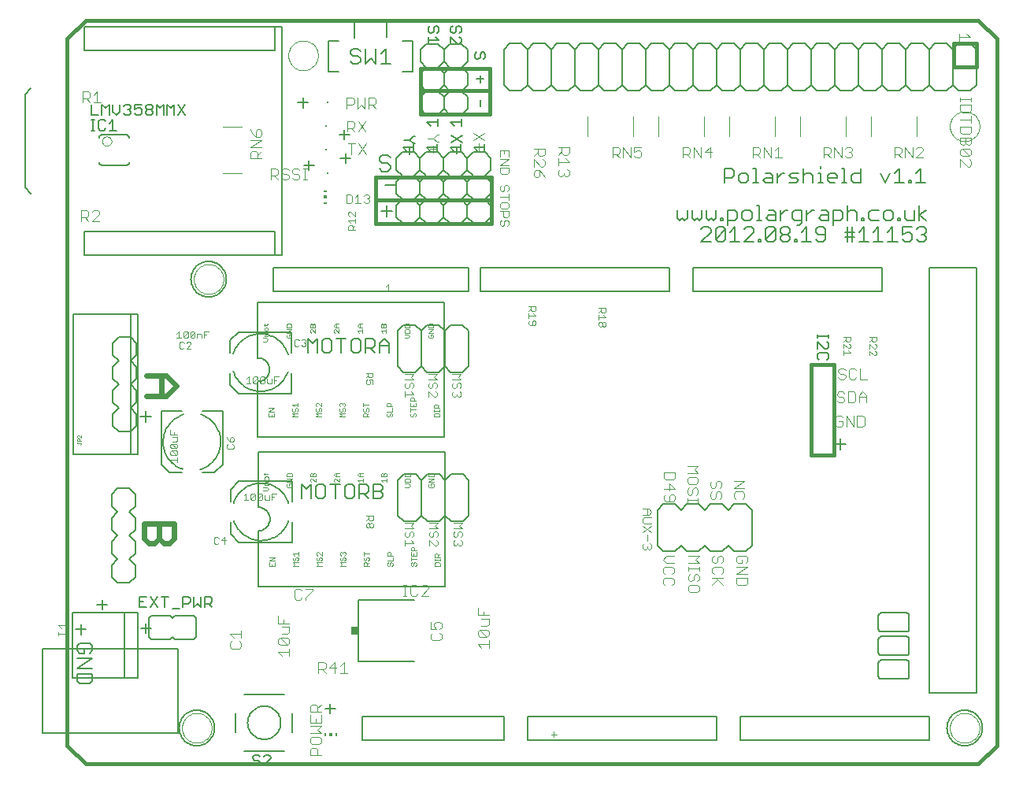
<source format=gto>
G75*
G70*
%OFA0B0*%
%FSLAX24Y24*%
%IPPOS*%
%LPD*%
%AMOC8*
5,1,8,0,0,1.08239X$1,22.5*
%
%ADD10C,0.0060*%
%ADD11C,0.0030*%
%ADD12C,0.0160*%
%ADD13C,0.0040*%
%ADD14C,0.0050*%
%ADD15C,0.0000*%
%ADD16C,0.0230*%
%ADD17R,0.0118X0.0059*%
%ADD18R,0.0118X0.0118*%
%ADD19C,0.0080*%
%ADD20C,0.0020*%
%ADD21R,0.0079X0.0079*%
%ADD22C,0.0010*%
%ADD23R,0.0059X0.0118*%
%ADD24R,0.0300X0.0340*%
D10*
X002452Y003777D02*
X002879Y003777D01*
X002985Y003884D01*
X002985Y004204D01*
X002345Y004204D01*
X002345Y003884D01*
X002452Y003777D01*
X002345Y004421D02*
X002985Y004421D01*
X002985Y004848D02*
X002345Y004421D01*
X002345Y004848D02*
X002985Y004848D01*
X002879Y005066D02*
X002985Y005173D01*
X002985Y005386D01*
X002879Y005493D01*
X002452Y005493D01*
X002345Y005386D01*
X002345Y005173D01*
X002452Y005066D01*
X002665Y005066D01*
X002665Y005279D01*
X002508Y005860D02*
X002508Y006287D01*
X002295Y006073D02*
X002722Y006073D01*
X003408Y006910D02*
X003408Y007337D01*
X003195Y007123D02*
X003622Y007123D01*
X005045Y006123D02*
X005472Y006123D01*
X005258Y005910D02*
X005258Y006337D01*
X005386Y006563D02*
X005386Y005763D01*
X005486Y005663D01*
X006286Y005663D01*
X006386Y005763D01*
X006486Y005663D01*
X007286Y005663D01*
X007386Y005763D01*
X007386Y006563D01*
X007286Y006663D01*
X006486Y006663D01*
X006386Y006563D01*
X006286Y006663D01*
X005486Y006663D01*
X005386Y006563D01*
X010012Y007901D02*
X010012Y010251D01*
X010056Y010253D01*
X010099Y010259D01*
X010141Y010268D01*
X010183Y010281D01*
X010223Y010298D01*
X010262Y010318D01*
X010299Y010341D01*
X010333Y010368D01*
X010366Y010397D01*
X010395Y010430D01*
X010422Y010464D01*
X010445Y010501D01*
X010465Y010540D01*
X010482Y010580D01*
X010495Y010622D01*
X010504Y010664D01*
X010510Y010707D01*
X010512Y010751D01*
X010510Y010795D01*
X010504Y010838D01*
X010495Y010880D01*
X010482Y010922D01*
X010465Y010962D01*
X010445Y011001D01*
X010422Y011038D01*
X010395Y011072D01*
X010366Y011105D01*
X010333Y011134D01*
X010299Y011161D01*
X010262Y011184D01*
X010223Y011204D01*
X010183Y011221D01*
X010141Y011234D01*
X010099Y011243D01*
X010056Y011249D01*
X010012Y011251D01*
X010012Y013601D01*
X017912Y013601D01*
X017912Y007901D01*
X010012Y007901D01*
X015931Y010895D02*
X015931Y012395D01*
X016181Y012645D01*
X016681Y012645D01*
X016931Y012395D01*
X016931Y010895D01*
X017181Y010645D01*
X017681Y010645D01*
X017931Y010895D01*
X018181Y010645D01*
X018681Y010645D01*
X018931Y010895D01*
X018931Y012395D01*
X018681Y012645D01*
X018181Y012645D01*
X017931Y012395D01*
X017931Y010895D01*
X016931Y010895D02*
X016681Y010645D01*
X016181Y010645D01*
X015931Y010895D01*
X016931Y012395D02*
X017181Y012645D01*
X017681Y012645D01*
X017931Y012395D01*
X017893Y014220D02*
X009993Y014220D01*
X009993Y016570D01*
X010037Y016572D01*
X010080Y016578D01*
X010122Y016587D01*
X010164Y016600D01*
X010204Y016617D01*
X010243Y016637D01*
X010280Y016660D01*
X010314Y016687D01*
X010347Y016716D01*
X010376Y016749D01*
X010403Y016783D01*
X010426Y016820D01*
X010446Y016859D01*
X010463Y016899D01*
X010476Y016941D01*
X010485Y016983D01*
X010491Y017026D01*
X010493Y017070D01*
X010491Y017114D01*
X010485Y017157D01*
X010476Y017199D01*
X010463Y017241D01*
X010446Y017281D01*
X010426Y017320D01*
X010403Y017357D01*
X010376Y017391D01*
X010347Y017424D01*
X010314Y017453D01*
X010280Y017480D01*
X010243Y017503D01*
X010204Y017523D01*
X010164Y017540D01*
X010122Y017553D01*
X010080Y017562D01*
X010037Y017568D01*
X009993Y017570D01*
X009993Y019920D01*
X017893Y019920D01*
X017893Y014220D01*
X017661Y016963D02*
X017161Y016963D01*
X016911Y017213D01*
X016911Y018713D01*
X017161Y018963D01*
X017661Y018963D01*
X017911Y018713D01*
X018161Y018963D01*
X018661Y018963D01*
X018911Y018713D01*
X018911Y017213D01*
X018661Y016963D01*
X018161Y016963D01*
X017911Y017213D01*
X017911Y018713D01*
X016911Y018713D02*
X016661Y018963D01*
X016161Y018963D01*
X015911Y018713D01*
X015911Y017213D01*
X016161Y016963D01*
X016661Y016963D01*
X016911Y017213D01*
X017661Y016963D02*
X017911Y017213D01*
X018115Y023273D02*
X018615Y023273D01*
X018865Y023523D01*
X018865Y024023D01*
X019115Y024273D01*
X018865Y024523D01*
X018865Y025023D01*
X019115Y025273D01*
X018865Y025523D01*
X018865Y026023D01*
X019115Y026273D01*
X019615Y026273D01*
X019865Y026023D01*
X019865Y025523D01*
X019615Y025273D01*
X019865Y025023D01*
X019865Y024523D01*
X019615Y024273D01*
X019865Y024023D01*
X019865Y023523D01*
X019615Y023273D01*
X019115Y023273D01*
X018865Y023523D01*
X018865Y024023D01*
X018615Y024273D01*
X018865Y024523D01*
X018865Y025023D01*
X018615Y025273D01*
X018865Y025523D01*
X018865Y026023D01*
X018615Y026273D01*
X018115Y026273D01*
X017865Y026023D01*
X017615Y026273D01*
X017115Y026273D01*
X016865Y026023D01*
X016865Y025523D01*
X017115Y025273D01*
X016865Y025023D01*
X016865Y024523D01*
X017115Y024273D01*
X016865Y024023D01*
X016865Y023523D01*
X017115Y023273D01*
X017615Y023273D01*
X017865Y023523D01*
X017865Y024023D01*
X017615Y024273D01*
X017865Y024523D01*
X017865Y025023D01*
X017615Y025273D01*
X017865Y025523D01*
X017865Y026023D01*
X017865Y025523D01*
X018115Y025273D01*
X017865Y025023D01*
X017865Y024523D01*
X018115Y024273D01*
X017865Y024023D01*
X017865Y023523D01*
X018115Y023273D01*
X016865Y023523D02*
X016615Y023273D01*
X016115Y023273D01*
X015865Y023523D01*
X015865Y024023D01*
X016115Y024273D01*
X015865Y024523D01*
X015865Y025023D01*
X016115Y025273D01*
X015865Y025523D01*
X015865Y026023D01*
X016115Y026273D01*
X016615Y026273D01*
X016865Y026023D01*
X016865Y025523D01*
X016615Y025273D01*
X016865Y025023D01*
X016865Y024523D01*
X016615Y024273D01*
X016865Y024023D01*
X016865Y023523D01*
X015694Y023776D02*
X015227Y023776D01*
X015461Y024010D02*
X015461Y023543D01*
X015392Y024886D02*
X015819Y024886D01*
X015485Y025457D02*
X015251Y025457D01*
X015134Y025573D01*
X015251Y025807D02*
X015134Y025924D01*
X015134Y026040D01*
X015251Y026157D01*
X015485Y026157D01*
X015601Y026040D01*
X015485Y025807D02*
X015601Y025690D01*
X015601Y025573D01*
X015485Y025457D01*
X015485Y025807D02*
X015251Y025807D01*
X013922Y026023D02*
X013495Y026023D01*
X013708Y026237D02*
X013708Y025810D01*
X013658Y026810D02*
X013658Y027237D01*
X013445Y027023D02*
X013872Y027023D01*
X012372Y025723D02*
X011945Y025723D01*
X012158Y025937D02*
X012158Y025510D01*
X011908Y028160D02*
X011908Y028587D01*
X011695Y028373D02*
X012122Y028373D01*
X013913Y030133D02*
X014019Y030027D01*
X014233Y030027D01*
X014340Y030133D01*
X014340Y030240D01*
X014233Y030347D01*
X014019Y030347D01*
X013913Y030454D01*
X013913Y030560D01*
X014019Y030667D01*
X014233Y030667D01*
X014340Y030560D01*
X014557Y030667D02*
X014557Y030027D01*
X014771Y030240D01*
X014984Y030027D01*
X014984Y030667D01*
X015202Y030454D02*
X015415Y030667D01*
X015415Y030027D01*
X015202Y030027D02*
X015629Y030027D01*
X016881Y030120D02*
X017131Y029870D01*
X016881Y029620D01*
X016881Y029120D01*
X017131Y028870D01*
X016881Y028620D01*
X016881Y028120D01*
X017131Y027870D01*
X017631Y027870D01*
X017881Y028120D01*
X018131Y027870D01*
X018631Y027870D01*
X018881Y028120D01*
X018881Y028620D01*
X018631Y028870D01*
X018881Y029120D01*
X018881Y029620D01*
X018631Y029870D01*
X018881Y030120D01*
X018881Y030620D01*
X018631Y030870D01*
X018131Y030870D01*
X017881Y030620D01*
X017881Y030120D01*
X018131Y029870D01*
X017881Y029620D01*
X017881Y029120D01*
X018131Y028870D01*
X017881Y028620D01*
X017881Y028120D01*
X017881Y028620D01*
X017631Y028870D01*
X017881Y029120D01*
X017881Y029620D01*
X017631Y029870D01*
X017881Y030120D01*
X017881Y030620D01*
X017631Y030870D01*
X017131Y030870D01*
X016881Y030620D01*
X016881Y030120D01*
X017215Y030867D02*
X017215Y031160D01*
X017215Y031013D02*
X017656Y031013D01*
X017509Y031160D01*
X017582Y031327D02*
X017656Y031400D01*
X017656Y031547D01*
X017582Y031620D01*
X017509Y031620D01*
X017436Y031547D01*
X017436Y031400D01*
X017362Y031327D01*
X017289Y031327D01*
X017215Y031400D01*
X017215Y031547D01*
X017289Y031620D01*
X018160Y031547D02*
X018234Y031620D01*
X018160Y031547D02*
X018160Y031400D01*
X018234Y031327D01*
X018307Y031327D01*
X018380Y031400D01*
X018380Y031547D01*
X018454Y031620D01*
X018527Y031620D01*
X018601Y031547D01*
X018601Y031400D01*
X018527Y031327D01*
X018527Y031160D02*
X018601Y031087D01*
X018601Y030940D01*
X018527Y030867D01*
X018454Y030867D01*
X018160Y031160D01*
X018160Y030867D01*
X019184Y030434D02*
X019257Y030507D01*
X019184Y030434D02*
X019184Y030287D01*
X019257Y030214D01*
X019331Y030214D01*
X019404Y030287D01*
X019404Y030434D01*
X019478Y030507D01*
X019551Y030507D01*
X019624Y030434D01*
X019624Y030287D01*
X019551Y030214D01*
X019404Y029523D02*
X019404Y029229D01*
X019551Y029376D02*
X019257Y029376D01*
X019404Y028499D02*
X019404Y028206D01*
X020415Y029123D02*
X020415Y030623D01*
X020665Y030873D01*
X021165Y030873D01*
X021415Y030623D01*
X021415Y029123D01*
X021165Y028873D01*
X020665Y028873D01*
X020415Y029123D01*
X021415Y029123D02*
X021665Y028873D01*
X022165Y028873D01*
X022415Y029123D01*
X022415Y030623D01*
X022665Y030873D01*
X023165Y030873D01*
X023415Y030623D01*
X023415Y029123D01*
X023165Y028873D01*
X022665Y028873D01*
X022415Y029123D01*
X023415Y029123D02*
X023665Y028873D01*
X024165Y028873D01*
X024415Y029123D01*
X024415Y030623D01*
X024665Y030873D01*
X025165Y030873D01*
X025415Y030623D01*
X025415Y029123D01*
X025165Y028873D01*
X024665Y028873D01*
X024415Y029123D01*
X025415Y029123D02*
X025665Y028873D01*
X026165Y028873D01*
X026415Y029123D01*
X026415Y030623D01*
X026665Y030873D01*
X027165Y030873D01*
X027415Y030623D01*
X027415Y029123D01*
X027165Y028873D01*
X026665Y028873D01*
X026415Y029123D01*
X027415Y029123D02*
X027665Y028873D01*
X028165Y028873D01*
X028415Y029123D01*
X028415Y030623D01*
X028665Y030873D01*
X029165Y030873D01*
X029415Y030623D01*
X029415Y029123D01*
X029165Y028873D01*
X028665Y028873D01*
X028415Y029123D01*
X029415Y029123D02*
X029665Y028873D01*
X030165Y028873D01*
X030415Y029123D01*
X030415Y030623D01*
X030665Y030873D01*
X031165Y030873D01*
X031415Y030623D01*
X031415Y029123D01*
X031165Y028873D01*
X030665Y028873D01*
X030415Y029123D01*
X031415Y029123D02*
X031665Y028873D01*
X032165Y028873D01*
X032415Y029123D01*
X032415Y030623D01*
X032665Y030873D01*
X033165Y030873D01*
X033415Y030623D01*
X033415Y029123D01*
X033165Y028873D01*
X032665Y028873D01*
X032415Y029123D01*
X033415Y029123D02*
X033665Y028873D01*
X034165Y028873D01*
X034415Y029123D01*
X034415Y030623D01*
X034165Y030873D01*
X033665Y030873D01*
X033415Y030623D01*
X034415Y030623D02*
X034665Y030873D01*
X035165Y030873D01*
X035415Y030623D01*
X035415Y029123D01*
X035165Y028873D01*
X034665Y028873D01*
X034415Y029123D01*
X035415Y029123D02*
X035665Y028873D01*
X036165Y028873D01*
X036415Y029123D01*
X036415Y030623D01*
X036165Y030873D01*
X035665Y030873D01*
X035415Y030623D01*
X036415Y030623D02*
X036665Y030873D01*
X037165Y030873D01*
X037415Y030623D01*
X037415Y029123D01*
X037165Y028873D01*
X036665Y028873D01*
X036415Y029123D01*
X037415Y029123D02*
X037665Y028873D01*
X038165Y028873D01*
X038415Y029123D01*
X038415Y030623D01*
X038165Y030873D01*
X037665Y030873D01*
X037415Y030623D01*
X038415Y030623D02*
X038665Y030873D01*
X039165Y030873D01*
X039415Y030623D01*
X039415Y029123D01*
X039165Y028873D01*
X038665Y028873D01*
X038415Y029123D01*
X039415Y029123D02*
X039665Y028873D01*
X040165Y028873D01*
X040415Y029123D01*
X040415Y030623D01*
X040165Y030873D01*
X039665Y030873D01*
X039415Y030623D01*
X032415Y030623D02*
X032165Y030873D01*
X031665Y030873D01*
X031415Y030623D01*
X030415Y030623D02*
X030165Y030873D01*
X029665Y030873D01*
X029415Y030623D01*
X028415Y030623D02*
X028165Y030873D01*
X027665Y030873D01*
X027415Y030623D01*
X026415Y030623D02*
X026165Y030873D01*
X025665Y030873D01*
X025415Y030623D01*
X024415Y030623D02*
X024165Y030873D01*
X023665Y030873D01*
X023415Y030623D01*
X022415Y030623D02*
X022165Y030873D01*
X021665Y030873D01*
X021415Y030623D01*
X004426Y027013D02*
X003403Y027013D01*
X003383Y027011D01*
X003363Y027007D01*
X003345Y026999D01*
X003328Y026989D01*
X003312Y026976D01*
X003299Y026960D01*
X003289Y026943D01*
X003281Y026925D01*
X003277Y026905D01*
X003275Y026885D01*
X003275Y025861D02*
X003277Y025841D01*
X003281Y025821D01*
X003289Y025803D01*
X003299Y025786D01*
X003312Y025770D01*
X003328Y025757D01*
X003345Y025747D01*
X003363Y025739D01*
X003383Y025735D01*
X003403Y025733D01*
X003403Y025734D02*
X004426Y025734D01*
X004426Y025733D02*
X004446Y025735D01*
X004466Y025739D01*
X004484Y025747D01*
X004501Y025757D01*
X004517Y025770D01*
X004530Y025786D01*
X004540Y025803D01*
X004548Y025821D01*
X004552Y025841D01*
X004554Y025861D01*
X004554Y026885D02*
X004552Y026905D01*
X004548Y026925D01*
X004540Y026943D01*
X004530Y026960D01*
X004517Y026976D01*
X004501Y026989D01*
X004484Y026999D01*
X004466Y027007D01*
X004446Y027011D01*
X004426Y027013D01*
X005241Y015309D02*
X005241Y014842D01*
X005474Y015075D02*
X005007Y015075D01*
X013058Y002937D02*
X013058Y002510D01*
X012845Y002723D02*
X013272Y002723D01*
X026915Y009623D02*
X026915Y011123D01*
X027165Y011373D01*
X027665Y011373D01*
X027915Y011123D01*
X028165Y011373D01*
X028665Y011373D01*
X028915Y011123D01*
X029165Y011373D01*
X029665Y011373D01*
X029915Y011123D01*
X030165Y011373D01*
X030665Y011373D01*
X030915Y011123D01*
X030915Y009623D01*
X030665Y009373D01*
X030165Y009373D01*
X029915Y009623D01*
X029665Y009373D01*
X029165Y009373D01*
X028915Y009623D01*
X028665Y009373D01*
X028165Y009373D01*
X027915Y009623D01*
X027665Y009373D01*
X027165Y009373D01*
X026915Y009623D01*
X034415Y013916D02*
X034882Y013916D01*
X034649Y014149D02*
X034649Y013682D01*
X036365Y006773D02*
X037465Y006773D01*
X037482Y006771D01*
X037499Y006767D01*
X037515Y006760D01*
X037529Y006750D01*
X037542Y006737D01*
X037552Y006723D01*
X037559Y006707D01*
X037563Y006690D01*
X037565Y006673D01*
X037565Y006073D01*
X037563Y006056D01*
X037559Y006039D01*
X037552Y006023D01*
X037542Y006009D01*
X037529Y005996D01*
X037515Y005986D01*
X037499Y005979D01*
X037482Y005975D01*
X037465Y005973D01*
X036365Y005973D01*
X036348Y005975D01*
X036331Y005979D01*
X036315Y005986D01*
X036301Y005996D01*
X036288Y006009D01*
X036278Y006023D01*
X036271Y006039D01*
X036267Y006056D01*
X036265Y006073D01*
X036265Y006673D01*
X036267Y006690D01*
X036271Y006707D01*
X036278Y006723D01*
X036288Y006737D01*
X036301Y006750D01*
X036315Y006760D01*
X036331Y006767D01*
X036348Y006771D01*
X036365Y006773D01*
X036365Y005773D02*
X037465Y005773D01*
X037482Y005771D01*
X037499Y005767D01*
X037515Y005760D01*
X037529Y005750D01*
X037542Y005737D01*
X037552Y005723D01*
X037559Y005707D01*
X037563Y005690D01*
X037565Y005673D01*
X037565Y005073D01*
X037563Y005056D01*
X037559Y005039D01*
X037552Y005023D01*
X037542Y005009D01*
X037529Y004996D01*
X037515Y004986D01*
X037499Y004979D01*
X037482Y004975D01*
X037465Y004973D01*
X036365Y004973D01*
X036348Y004975D01*
X036331Y004979D01*
X036315Y004986D01*
X036301Y004996D01*
X036288Y005009D01*
X036278Y005023D01*
X036271Y005039D01*
X036267Y005056D01*
X036265Y005073D01*
X036265Y005673D01*
X036267Y005690D01*
X036271Y005707D01*
X036278Y005723D01*
X036288Y005737D01*
X036301Y005750D01*
X036315Y005760D01*
X036331Y005767D01*
X036348Y005771D01*
X036365Y005773D01*
X036365Y004773D02*
X037465Y004773D01*
X037482Y004771D01*
X037499Y004767D01*
X037515Y004760D01*
X037529Y004750D01*
X037542Y004737D01*
X037552Y004723D01*
X037559Y004707D01*
X037563Y004690D01*
X037565Y004673D01*
X037565Y004073D01*
X037563Y004056D01*
X037559Y004039D01*
X037552Y004023D01*
X037542Y004009D01*
X037529Y003996D01*
X037515Y003986D01*
X037499Y003979D01*
X037482Y003975D01*
X037465Y003973D01*
X036365Y003973D01*
X036348Y003975D01*
X036331Y003979D01*
X036315Y003986D01*
X036301Y003996D01*
X036288Y004009D01*
X036278Y004023D01*
X036271Y004039D01*
X036267Y004056D01*
X036265Y004073D01*
X036265Y004673D01*
X036267Y004690D01*
X036271Y004707D01*
X036278Y004723D01*
X036288Y004737D01*
X036301Y004750D01*
X036315Y004760D01*
X036331Y004767D01*
X036348Y004771D01*
X036365Y004773D01*
D11*
X026660Y009523D02*
X026598Y009461D01*
X026537Y009461D01*
X026475Y009523D01*
X026413Y009461D01*
X026351Y009461D01*
X026290Y009523D01*
X026290Y009646D01*
X026351Y009708D01*
X026475Y009829D02*
X026475Y010076D01*
X026660Y010198D02*
X026290Y010445D01*
X026351Y010566D02*
X026660Y010566D01*
X026660Y010445D02*
X026290Y010198D01*
X026351Y010566D02*
X026290Y010628D01*
X026290Y010751D01*
X026351Y010813D01*
X026660Y010813D01*
X026537Y010934D02*
X026290Y010934D01*
X026475Y010934D02*
X026475Y011181D01*
X026537Y011181D02*
X026290Y011181D01*
X026537Y011181D02*
X026660Y011058D01*
X026537Y010934D01*
X026598Y009708D02*
X026660Y009646D01*
X026660Y009523D01*
X026475Y009523D02*
X026475Y009585D01*
X018639Y009672D02*
X018577Y009611D01*
X018515Y009611D01*
X018454Y009672D01*
X018392Y009611D01*
X018330Y009611D01*
X018269Y009672D01*
X018269Y009796D01*
X018330Y009858D01*
X018330Y009979D02*
X018269Y010041D01*
X018269Y010164D01*
X018330Y010226D01*
X018269Y010347D02*
X018639Y010347D01*
X018515Y010471D01*
X018639Y010594D01*
X018269Y010594D01*
X018515Y010226D02*
X018454Y010164D01*
X018454Y010041D01*
X018392Y009979D01*
X018330Y009979D01*
X018577Y009979D02*
X018639Y010041D01*
X018639Y010164D01*
X018577Y010226D01*
X018515Y010226D01*
X018577Y009858D02*
X018639Y009796D01*
X018639Y009672D01*
X018454Y009672D02*
X018454Y009734D01*
X017615Y009672D02*
X017615Y009796D01*
X017554Y009858D01*
X017554Y009979D02*
X017615Y010041D01*
X017615Y010164D01*
X017554Y010226D01*
X017492Y010226D01*
X017430Y010164D01*
X017430Y010041D01*
X017368Y009979D01*
X017307Y009979D01*
X017245Y010041D01*
X017245Y010164D01*
X017307Y010226D01*
X017245Y010347D02*
X017615Y010347D01*
X017492Y010471D01*
X017615Y010594D01*
X017245Y010594D01*
X016592Y010594D02*
X016468Y010471D01*
X016592Y010347D01*
X016221Y010347D01*
X016283Y010226D02*
X016221Y010164D01*
X016221Y010041D01*
X016283Y009979D01*
X016345Y009979D01*
X016406Y010041D01*
X016406Y010164D01*
X016468Y010226D01*
X016530Y010226D01*
X016592Y010164D01*
X016592Y010041D01*
X016530Y009979D01*
X016468Y009858D02*
X016592Y009734D01*
X016221Y009734D01*
X016221Y009611D02*
X016221Y009858D01*
X016221Y010594D02*
X016592Y010594D01*
X017245Y009858D02*
X017492Y009611D01*
X017554Y009611D01*
X017615Y009672D01*
X017245Y009611D02*
X017245Y009858D01*
X014877Y010434D02*
X014828Y010386D01*
X014780Y010386D01*
X014732Y010434D01*
X014732Y010531D01*
X014780Y010579D01*
X014828Y010579D01*
X014877Y010531D01*
X014877Y010434D01*
X014732Y010434D02*
X014683Y010386D01*
X014635Y010386D01*
X014586Y010434D01*
X014586Y010531D01*
X014635Y010579D01*
X014683Y010579D01*
X014732Y010531D01*
X014732Y010681D02*
X014683Y010729D01*
X014683Y010874D01*
X014586Y010874D02*
X014877Y010874D01*
X014877Y010729D01*
X014828Y010681D01*
X014732Y010681D01*
X014683Y010777D02*
X014586Y010681D01*
X010775Y011837D02*
X010581Y011837D01*
X010581Y011547D01*
X010480Y011547D02*
X010480Y011741D01*
X010581Y011692D02*
X010678Y011692D01*
X010480Y011547D02*
X010335Y011547D01*
X010287Y011596D01*
X010287Y011741D01*
X010185Y011789D02*
X009992Y011596D01*
X010040Y011547D01*
X010137Y011547D01*
X010185Y011596D01*
X010185Y011789D01*
X010137Y011837D01*
X010040Y011837D01*
X009992Y011789D01*
X009992Y011596D01*
X009891Y011596D02*
X009842Y011547D01*
X009746Y011547D01*
X009697Y011596D01*
X009891Y011789D01*
X009891Y011596D01*
X009891Y011789D02*
X009842Y011837D01*
X009746Y011837D01*
X009697Y011789D01*
X009697Y011596D01*
X009596Y011547D02*
X009403Y011547D01*
X009499Y011547D02*
X009499Y011837D01*
X009403Y011741D01*
X008588Y009985D02*
X008442Y009840D01*
X008636Y009840D01*
X008588Y009695D02*
X008588Y009985D01*
X008341Y009937D02*
X008293Y009985D01*
X008196Y009985D01*
X008148Y009937D01*
X008148Y009743D01*
X008196Y009695D01*
X008293Y009695D01*
X008341Y009743D01*
X006588Y013151D02*
X006588Y013344D01*
X006588Y013248D02*
X006297Y013248D01*
X006394Y013151D01*
X006346Y013446D02*
X006297Y013494D01*
X006297Y013591D01*
X006346Y013639D01*
X006539Y013446D01*
X006588Y013494D01*
X006588Y013591D01*
X006539Y013639D01*
X006346Y013639D01*
X006346Y013740D02*
X006297Y013789D01*
X006297Y013885D01*
X006346Y013934D01*
X006539Y013740D01*
X006588Y013789D01*
X006588Y013885D01*
X006539Y013934D01*
X006346Y013934D01*
X006394Y014035D02*
X006539Y014035D01*
X006588Y014083D01*
X006588Y014228D01*
X006394Y014228D01*
X006442Y014329D02*
X006442Y014426D01*
X006297Y014329D02*
X006588Y014329D01*
X006297Y014329D02*
X006297Y014523D01*
X006346Y013740D02*
X006539Y013740D01*
X006539Y013446D02*
X006346Y013446D01*
X008682Y013769D02*
X008731Y013721D01*
X008924Y013721D01*
X008972Y013769D01*
X008972Y013866D01*
X008924Y013914D01*
X008924Y014016D02*
X008827Y014016D01*
X008827Y014161D01*
X008876Y014209D01*
X008924Y014209D01*
X008972Y014161D01*
X008972Y014064D01*
X008924Y014016D01*
X008827Y014016D02*
X008731Y014112D01*
X008682Y014209D01*
X008731Y013914D02*
X008682Y013866D01*
X008682Y013769D01*
X009505Y016488D02*
X009698Y016488D01*
X009601Y016488D02*
X009601Y016778D01*
X009505Y016681D01*
X009799Y016730D02*
X009799Y016536D01*
X009993Y016730D01*
X009993Y016536D01*
X009945Y016488D01*
X009848Y016488D01*
X009799Y016536D01*
X009799Y016730D02*
X009848Y016778D01*
X009945Y016778D01*
X009993Y016730D01*
X010094Y016730D02*
X010142Y016778D01*
X010239Y016778D01*
X010288Y016730D01*
X010094Y016536D01*
X010142Y016488D01*
X010239Y016488D01*
X010288Y016536D01*
X010288Y016730D01*
X010389Y016681D02*
X010389Y016536D01*
X010437Y016488D01*
X010582Y016488D01*
X010582Y016681D01*
X010683Y016633D02*
X010780Y016633D01*
X010683Y016488D02*
X010683Y016778D01*
X010877Y016778D01*
X010094Y016730D02*
X010094Y016536D01*
X011593Y018064D02*
X011690Y018064D01*
X011738Y018112D01*
X011840Y018112D02*
X011888Y018064D01*
X011985Y018064D01*
X012033Y018112D01*
X012033Y018161D01*
X011985Y018209D01*
X011936Y018209D01*
X011985Y018209D02*
X012033Y018257D01*
X012033Y018306D01*
X011985Y018354D01*
X011888Y018354D01*
X011840Y018306D01*
X011738Y018306D02*
X011690Y018354D01*
X011593Y018354D01*
X011545Y018306D01*
X011545Y018112D01*
X011593Y018064D01*
X014567Y016935D02*
X014858Y016935D01*
X014858Y016790D01*
X014809Y016741D01*
X014713Y016741D01*
X014664Y016790D01*
X014664Y016935D01*
X014664Y016838D02*
X014567Y016741D01*
X014616Y016640D02*
X014567Y016592D01*
X014567Y016495D01*
X014616Y016447D01*
X014713Y016447D01*
X014761Y016495D01*
X014761Y016543D01*
X014713Y016640D01*
X014858Y016640D01*
X014858Y016447D01*
X016221Y016463D02*
X016283Y016525D01*
X016221Y016463D02*
X016221Y016340D01*
X016283Y016278D01*
X016345Y016278D01*
X016406Y016340D01*
X016406Y016463D01*
X016468Y016525D01*
X016530Y016525D01*
X016592Y016463D01*
X016592Y016340D01*
X016530Y016278D01*
X016468Y016157D02*
X016592Y016033D01*
X016221Y016033D01*
X016221Y015910D02*
X016221Y016157D01*
X016221Y016646D02*
X016592Y016646D01*
X016468Y016770D01*
X016592Y016893D01*
X016221Y016893D01*
X017206Y016893D02*
X017576Y016893D01*
X017452Y016770D01*
X017576Y016646D01*
X017206Y016646D01*
X017267Y016525D02*
X017206Y016463D01*
X017206Y016340D01*
X017267Y016278D01*
X017329Y016278D01*
X017391Y016340D01*
X017391Y016463D01*
X017452Y016525D01*
X017514Y016525D01*
X017576Y016463D01*
X017576Y016340D01*
X017514Y016278D01*
X017514Y016157D02*
X017576Y016095D01*
X017576Y015972D01*
X017514Y015910D01*
X017452Y015910D01*
X017206Y016157D01*
X017206Y015910D01*
X018229Y015972D02*
X018291Y015910D01*
X018353Y015910D01*
X018414Y015972D01*
X018414Y016033D01*
X018414Y015972D02*
X018476Y015910D01*
X018538Y015910D01*
X018599Y015972D01*
X018599Y016095D01*
X018538Y016157D01*
X018538Y016278D02*
X018599Y016340D01*
X018599Y016463D01*
X018538Y016525D01*
X018476Y016525D01*
X018414Y016463D01*
X018414Y016340D01*
X018353Y016278D01*
X018291Y016278D01*
X018229Y016340D01*
X018229Y016463D01*
X018291Y016525D01*
X018229Y016646D02*
X018599Y016646D01*
X018476Y016770D01*
X018599Y016893D01*
X018229Y016893D01*
X018291Y016157D02*
X018229Y016095D01*
X018229Y015972D01*
X021463Y019006D02*
X021512Y018957D01*
X021705Y018957D01*
X021753Y019006D01*
X021753Y019103D01*
X021705Y019151D01*
X021657Y019151D01*
X021608Y019103D01*
X021608Y018957D01*
X021463Y019006D02*
X021463Y019103D01*
X021512Y019151D01*
X021463Y019252D02*
X021463Y019446D01*
X021463Y019349D02*
X021753Y019349D01*
X021657Y019446D01*
X021705Y019547D02*
X021608Y019547D01*
X021560Y019595D01*
X021560Y019740D01*
X021560Y019643D02*
X021463Y019547D01*
X021463Y019740D02*
X021753Y019740D01*
X021753Y019595D01*
X021705Y019547D01*
X024430Y019489D02*
X024527Y019586D01*
X024527Y019538D02*
X024527Y019683D01*
X024430Y019683D02*
X024720Y019683D01*
X024720Y019538D01*
X024672Y019489D01*
X024575Y019489D01*
X024527Y019538D01*
X024623Y019388D02*
X024720Y019292D01*
X024430Y019292D01*
X024430Y019388D02*
X024430Y019195D01*
X024478Y019094D02*
X024527Y019094D01*
X024575Y019045D01*
X024575Y018949D01*
X024527Y018900D01*
X024478Y018900D01*
X024430Y018949D01*
X024430Y019045D01*
X024478Y019094D01*
X024575Y019045D02*
X024623Y019094D01*
X024672Y019094D01*
X024720Y019045D01*
X024720Y018949D01*
X024672Y018900D01*
X024623Y018900D01*
X024575Y018949D01*
X020556Y023157D02*
X020618Y023219D01*
X020618Y023342D01*
X020556Y023404D01*
X020495Y023404D01*
X020433Y023342D01*
X020433Y023219D01*
X020371Y023157D01*
X020309Y023157D01*
X020248Y023219D01*
X020248Y023342D01*
X020309Y023404D01*
X020433Y023525D02*
X020371Y023587D01*
X020371Y023772D01*
X020248Y023772D02*
X020618Y023772D01*
X020618Y023587D01*
X020556Y023525D01*
X020433Y023525D01*
X020556Y023893D02*
X020618Y023955D01*
X020618Y024079D01*
X020556Y024140D01*
X020309Y024140D01*
X020248Y024079D01*
X020248Y023955D01*
X020309Y023893D01*
X020556Y023893D01*
X020618Y024262D02*
X020618Y024509D01*
X020618Y024385D02*
X020248Y024385D01*
X020309Y024630D02*
X020248Y024692D01*
X020248Y024815D01*
X020309Y024877D01*
X020433Y024815D02*
X020433Y024692D01*
X020371Y024630D01*
X020309Y024630D01*
X020433Y024815D02*
X020495Y024877D01*
X020556Y024877D01*
X020618Y024815D01*
X020618Y024692D01*
X020556Y024630D01*
X020556Y025367D02*
X020618Y025428D01*
X020618Y025614D01*
X020248Y025614D01*
X020248Y025428D01*
X020309Y025367D01*
X020556Y025367D01*
X020618Y025735D02*
X020248Y025735D01*
X020618Y025982D01*
X020248Y025982D01*
X020248Y026103D02*
X020248Y026350D01*
X020618Y026350D01*
X020618Y026103D01*
X020433Y026227D02*
X020433Y026350D01*
X014119Y023764D02*
X014119Y023571D01*
X013925Y023764D01*
X013877Y023764D01*
X013829Y023716D01*
X013829Y023619D01*
X013877Y023571D01*
X013829Y023373D02*
X014119Y023373D01*
X014119Y023469D02*
X014119Y023276D01*
X014119Y023175D02*
X014022Y023078D01*
X014022Y023126D02*
X014022Y022981D01*
X014119Y022981D02*
X013829Y022981D01*
X013829Y023126D01*
X013877Y023175D01*
X013974Y023175D01*
X014022Y023126D01*
X013925Y023276D02*
X013829Y023373D01*
X015527Y020678D02*
X015527Y020388D01*
X015623Y020388D02*
X015430Y020388D01*
X015430Y020581D02*
X015527Y020678D01*
X007921Y018697D02*
X007728Y018697D01*
X007728Y018407D01*
X007627Y018407D02*
X007627Y018552D01*
X007579Y018601D01*
X007433Y018601D01*
X007433Y018407D01*
X007332Y018456D02*
X007284Y018407D01*
X007187Y018407D01*
X007139Y018456D01*
X007332Y018649D01*
X007332Y018456D01*
X007332Y018649D02*
X007284Y018697D01*
X007187Y018697D01*
X007139Y018649D01*
X007139Y018456D01*
X007038Y018456D02*
X006989Y018407D01*
X006892Y018407D01*
X006844Y018456D01*
X007038Y018649D01*
X007038Y018456D01*
X007038Y018649D02*
X006989Y018697D01*
X006892Y018697D01*
X006844Y018649D01*
X006844Y018456D01*
X006743Y018407D02*
X006549Y018407D01*
X006646Y018407D02*
X006646Y018697D01*
X006549Y018601D01*
X006723Y018247D02*
X006674Y018199D01*
X006674Y018006D01*
X006723Y017957D01*
X006820Y017957D01*
X006868Y018006D01*
X006969Y017957D02*
X007163Y018151D01*
X007163Y018199D01*
X007114Y018247D01*
X007017Y018247D01*
X006969Y018199D01*
X006868Y018199D02*
X006820Y018247D01*
X006723Y018247D01*
X006969Y017957D02*
X007163Y017957D01*
X007728Y018552D02*
X007825Y018552D01*
X022527Y001760D02*
X022527Y001513D01*
X022404Y001636D02*
X022651Y001636D01*
X034779Y017681D02*
X034779Y017875D01*
X034779Y017778D02*
X035069Y017778D01*
X034973Y017875D01*
X034973Y017976D02*
X034779Y018170D01*
X034779Y017976D01*
X034973Y017976D02*
X035021Y017976D01*
X035069Y018024D01*
X035069Y018121D01*
X035021Y018170D01*
X035021Y018271D02*
X034924Y018271D01*
X034876Y018319D01*
X034876Y018464D01*
X034876Y018367D02*
X034779Y018271D01*
X034779Y018464D02*
X035069Y018464D01*
X035069Y018319D01*
X035021Y018271D01*
X035887Y018262D02*
X035984Y018359D01*
X035984Y018310D02*
X035984Y018455D01*
X035887Y018455D02*
X036178Y018455D01*
X036178Y018310D01*
X036129Y018262D01*
X036033Y018262D01*
X035984Y018310D01*
X035887Y018161D02*
X036081Y017967D01*
X036129Y017967D01*
X036178Y018016D01*
X036178Y018112D01*
X036129Y018161D01*
X035887Y018161D02*
X035887Y017967D01*
X035887Y017866D02*
X036081Y017673D01*
X036129Y017673D01*
X036178Y017721D01*
X036178Y017818D01*
X036129Y017866D01*
X035887Y017866D02*
X035887Y017673D01*
D12*
X002702Y000373D02*
X001915Y001160D01*
X001915Y031082D01*
X002702Y031869D01*
X040498Y031869D01*
X041285Y031082D01*
X041285Y001160D01*
X040498Y000373D01*
X002702Y000373D01*
X014971Y023265D02*
X019893Y023265D01*
X019893Y024249D01*
X014971Y024249D01*
X014971Y023265D01*
X014971Y024249D02*
X014971Y025234D01*
X019893Y025234D01*
X019893Y024249D01*
X019823Y027899D02*
X016870Y027899D01*
X016870Y028884D01*
X016870Y029828D01*
X019823Y029828D01*
X019823Y028884D01*
X019823Y027899D01*
X019823Y028884D02*
X016870Y028884D01*
X033411Y017302D02*
X033411Y013444D01*
X034395Y013444D01*
X034395Y017302D01*
X033411Y017302D01*
X039435Y029900D02*
X039435Y030885D01*
X040419Y030885D01*
X040419Y029900D01*
X039435Y029900D01*
D13*
X039691Y030991D02*
X039691Y031298D01*
X039691Y031144D02*
X040151Y031144D01*
X039998Y031298D01*
X040191Y028581D02*
X040191Y028428D01*
X040191Y028505D02*
X039730Y028505D01*
X039730Y028581D02*
X039730Y028428D01*
X039730Y028274D02*
X039730Y028044D01*
X039807Y027967D01*
X040114Y027967D01*
X040191Y028044D01*
X040191Y028274D01*
X039730Y028274D01*
X040191Y027814D02*
X040191Y027507D01*
X040191Y027354D02*
X040191Y027124D01*
X040114Y027047D01*
X039807Y027047D01*
X039730Y027124D01*
X039730Y027354D01*
X040191Y027354D01*
X040191Y027661D02*
X039730Y027661D01*
X039730Y026893D02*
X039730Y026663D01*
X039807Y026586D01*
X039884Y026586D01*
X039960Y026663D01*
X039960Y026893D01*
X039730Y026893D02*
X040191Y026893D01*
X040191Y026663D01*
X040114Y026586D01*
X040037Y026586D01*
X039960Y026663D01*
X039807Y026433D02*
X040114Y026126D01*
X039807Y026126D01*
X039730Y026203D01*
X039730Y026356D01*
X039807Y026433D01*
X040114Y026433D01*
X040191Y026356D01*
X040191Y026203D01*
X040114Y026126D01*
X040114Y025973D02*
X040191Y025896D01*
X040191Y025742D01*
X040114Y025666D01*
X040037Y025666D01*
X039730Y025973D01*
X039730Y025666D01*
X038163Y026043D02*
X037856Y026043D01*
X038163Y026350D01*
X038163Y026427D01*
X038086Y026503D01*
X037932Y026503D01*
X037856Y026427D01*
X037702Y026503D02*
X037702Y026043D01*
X037395Y026503D01*
X037395Y026043D01*
X037242Y026043D02*
X037088Y026196D01*
X037165Y026196D02*
X036935Y026196D01*
X036935Y026043D02*
X036935Y026503D01*
X037165Y026503D01*
X037242Y026427D01*
X037242Y026273D01*
X037165Y026196D01*
X037889Y026960D02*
X037889Y027786D01*
X035941Y027786D02*
X035941Y026960D01*
X035163Y026427D02*
X035163Y026350D01*
X035086Y026273D01*
X035163Y026196D01*
X035163Y026120D01*
X035086Y026043D01*
X034932Y026043D01*
X034856Y026120D01*
X034702Y026043D02*
X034702Y026503D01*
X034856Y026427D02*
X034932Y026503D01*
X035086Y026503D01*
X035163Y026427D01*
X035086Y026273D02*
X035009Y026273D01*
X034702Y026043D02*
X034395Y026503D01*
X034395Y026043D01*
X034242Y026043D02*
X034088Y026196D01*
X034165Y026196D02*
X033935Y026196D01*
X033935Y026043D02*
X033935Y026503D01*
X034165Y026503D01*
X034242Y026427D01*
X034242Y026273D01*
X034165Y026196D01*
X034889Y026960D02*
X034889Y027786D01*
X032941Y027786D02*
X032941Y026960D01*
X032028Y026503D02*
X032028Y026043D01*
X031875Y026043D02*
X032181Y026043D01*
X031875Y026350D02*
X032028Y026503D01*
X031721Y026503D02*
X031721Y026043D01*
X031414Y026503D01*
X031414Y026043D01*
X031261Y026043D02*
X031107Y026196D01*
X031184Y026196D02*
X030954Y026196D01*
X030954Y026043D02*
X030954Y026503D01*
X031184Y026503D01*
X031261Y026427D01*
X031261Y026273D01*
X031184Y026196D01*
X031889Y026960D02*
X031889Y027786D01*
X029941Y027786D02*
X029941Y026960D01*
X029136Y026503D02*
X029136Y026043D01*
X029213Y026273D02*
X028906Y026273D01*
X029136Y026503D01*
X028752Y026503D02*
X028752Y026043D01*
X028445Y026503D01*
X028445Y026043D01*
X028292Y026043D02*
X028138Y026196D01*
X028215Y026196D02*
X027985Y026196D01*
X027985Y026043D02*
X027985Y026503D01*
X028215Y026503D01*
X028292Y026427D01*
X028292Y026273D01*
X028215Y026196D01*
X028889Y026960D02*
X028889Y027786D01*
X026941Y027786D02*
X026941Y026960D01*
X026231Y026503D02*
X025925Y026503D01*
X025925Y026273D01*
X026078Y026350D01*
X026155Y026350D01*
X026231Y026273D01*
X026231Y026120D01*
X026155Y026043D01*
X026001Y026043D01*
X025925Y026120D01*
X025771Y026043D02*
X025771Y026503D01*
X025464Y026503D02*
X025464Y026043D01*
X025311Y026043D02*
X025157Y026196D01*
X025234Y026196D02*
X025004Y026196D01*
X025004Y026043D02*
X025004Y026503D01*
X025234Y026503D01*
X025311Y026427D01*
X025311Y026273D01*
X025234Y026196D01*
X025464Y026503D02*
X025771Y026043D01*
X025889Y026960D02*
X025889Y027786D01*
X023941Y027786D02*
X023941Y026960D01*
X023173Y026472D02*
X023173Y026242D01*
X023097Y026165D01*
X022943Y026165D01*
X022866Y026242D01*
X022866Y026472D01*
X022713Y026472D02*
X023173Y026472D01*
X022866Y026318D02*
X022713Y026165D01*
X022713Y026011D02*
X022713Y025705D01*
X022713Y025858D02*
X023173Y025858D01*
X023020Y026011D01*
X023097Y025551D02*
X023173Y025474D01*
X023173Y025321D01*
X023097Y025244D01*
X023020Y025244D01*
X022943Y025321D01*
X022866Y025244D01*
X022790Y025244D01*
X022713Y025321D01*
X022713Y025474D01*
X022790Y025551D01*
X022943Y025398D02*
X022943Y025321D01*
X022142Y025205D02*
X022065Y025358D01*
X021912Y025512D01*
X021912Y025282D01*
X021835Y025205D01*
X021758Y025205D01*
X021681Y025282D01*
X021681Y025435D01*
X021758Y025512D01*
X021912Y025512D01*
X021988Y025665D02*
X022065Y025665D01*
X022142Y025742D01*
X022142Y025895D01*
X022065Y025972D01*
X022065Y026126D02*
X021912Y026126D01*
X021835Y026202D01*
X021835Y026432D01*
X021835Y026279D02*
X021681Y026126D01*
X021681Y025972D02*
X021988Y025665D01*
X021681Y025665D02*
X021681Y025972D01*
X022065Y026126D02*
X022142Y026202D01*
X022142Y026432D01*
X021681Y026432D01*
X019585Y026796D02*
X019125Y027103D01*
X019125Y026796D02*
X019585Y027103D01*
X019355Y026643D02*
X019355Y026336D01*
X019509Y026490D02*
X019202Y026490D01*
X017656Y026718D02*
X017580Y026718D01*
X017426Y026871D01*
X017196Y026871D01*
X017426Y026871D02*
X017580Y027025D01*
X017656Y027025D01*
X017426Y026564D02*
X017426Y026257D01*
X017580Y026411D02*
X017273Y026411D01*
X014991Y028136D02*
X014837Y028289D01*
X014914Y028289D02*
X014684Y028289D01*
X014684Y028136D02*
X014684Y028596D01*
X014914Y028596D01*
X014991Y028519D01*
X014991Y028366D01*
X014914Y028289D01*
X014531Y028136D02*
X014531Y028596D01*
X014224Y028596D02*
X014224Y028136D01*
X014377Y028289D01*
X014531Y028136D01*
X014070Y028366D02*
X013993Y028289D01*
X013763Y028289D01*
X013763Y028136D02*
X013763Y028596D01*
X013993Y028596D01*
X014070Y028519D01*
X014070Y028366D01*
X014019Y027604D02*
X013789Y027604D01*
X013789Y027144D01*
X013789Y027297D02*
X014019Y027297D01*
X014096Y027374D01*
X014096Y027527D01*
X014019Y027604D01*
X014249Y027604D02*
X014556Y027144D01*
X014249Y027144D02*
X014556Y027604D01*
X014096Y027144D02*
X013942Y027297D01*
X013956Y026650D02*
X013956Y026190D01*
X014263Y026190D02*
X014570Y026650D01*
X014263Y026650D02*
X014570Y026190D01*
X014110Y026650D02*
X013803Y026650D01*
X012070Y025584D02*
X011917Y025584D01*
X011994Y025584D02*
X011994Y025124D01*
X012070Y025124D02*
X011917Y025124D01*
X011763Y025201D02*
X011687Y025124D01*
X011533Y025124D01*
X011456Y025201D01*
X011303Y025201D02*
X011226Y025124D01*
X011073Y025124D01*
X010996Y025201D01*
X011073Y025354D02*
X011226Y025354D01*
X011303Y025277D01*
X011303Y025201D01*
X011456Y025431D02*
X011533Y025354D01*
X011687Y025354D01*
X011763Y025277D01*
X011763Y025201D01*
X011763Y025508D02*
X011687Y025584D01*
X011533Y025584D01*
X011456Y025508D01*
X011456Y025431D01*
X011303Y025508D02*
X011226Y025584D01*
X011073Y025584D01*
X010996Y025508D01*
X010996Y025431D01*
X011073Y025354D01*
X010843Y025354D02*
X010843Y025508D01*
X010766Y025584D01*
X010536Y025584D01*
X010536Y025124D01*
X010536Y025277D02*
X010766Y025277D01*
X010843Y025354D01*
X010689Y025277D02*
X010843Y025124D01*
X010145Y026012D02*
X009685Y026012D01*
X009685Y026242D01*
X009761Y026319D01*
X009915Y026319D01*
X009992Y026242D01*
X009992Y026012D01*
X009992Y026165D02*
X010145Y026319D01*
X010145Y026472D02*
X009685Y026472D01*
X010145Y026779D01*
X009685Y026779D01*
X009915Y026932D02*
X009915Y027163D01*
X009992Y027239D01*
X010068Y027239D01*
X010145Y027163D01*
X010145Y027009D01*
X010068Y026932D01*
X009915Y026932D01*
X009761Y027086D01*
X009685Y027239D01*
X009328Y027347D02*
X008502Y027347D01*
X008502Y025399D02*
X009328Y025399D01*
X013745Y024485D02*
X013745Y024125D01*
X013925Y024125D01*
X013985Y024185D01*
X013985Y024425D01*
X013925Y024485D01*
X013745Y024485D01*
X014113Y024365D02*
X014233Y024485D01*
X014233Y024125D01*
X014113Y024125D02*
X014354Y024125D01*
X014482Y024185D02*
X014542Y024125D01*
X014662Y024125D01*
X014722Y024185D01*
X014722Y024245D01*
X014662Y024305D01*
X014602Y024305D01*
X014662Y024305D02*
X014722Y024365D01*
X014722Y024425D01*
X014662Y024485D01*
X014542Y024485D01*
X014482Y024425D01*
X003293Y023745D02*
X003217Y023821D01*
X003063Y023821D01*
X002986Y023745D01*
X002833Y023745D02*
X002756Y023821D01*
X002526Y023821D01*
X002526Y023361D01*
X002526Y023514D02*
X002756Y023514D01*
X002833Y023591D01*
X002833Y023745D01*
X002679Y023514D02*
X002833Y023361D01*
X002986Y023361D02*
X003293Y023668D01*
X003293Y023745D01*
X003293Y023361D02*
X002986Y023361D01*
X003045Y028393D02*
X003352Y028393D01*
X003199Y028393D02*
X003199Y028853D01*
X003045Y028700D01*
X002892Y028777D02*
X002892Y028623D01*
X002815Y028546D01*
X002585Y028546D01*
X002585Y028393D02*
X002585Y028853D01*
X002815Y028853D01*
X002892Y028777D01*
X002738Y028546D02*
X002892Y028393D01*
X027184Y012725D02*
X027184Y012495D01*
X027261Y012418D01*
X027568Y012418D01*
X027644Y012495D01*
X027644Y012725D01*
X027184Y012725D01*
X027414Y012265D02*
X027414Y011958D01*
X027491Y011804D02*
X027414Y011728D01*
X027414Y011498D01*
X027261Y011498D02*
X027568Y011498D01*
X027644Y011574D01*
X027644Y011728D01*
X027568Y011804D01*
X027491Y011804D01*
X027261Y011804D02*
X027184Y011728D01*
X027184Y011574D01*
X027261Y011498D01*
X027184Y012035D02*
X027644Y012035D01*
X027414Y012265D01*
X028168Y012307D02*
X028168Y012461D01*
X028245Y012537D01*
X028552Y012537D01*
X028629Y012461D01*
X028629Y012307D01*
X028552Y012230D01*
X028245Y012230D01*
X028168Y012307D01*
X028245Y012077D02*
X028168Y012000D01*
X028168Y011847D01*
X028245Y011770D01*
X028322Y011770D01*
X028399Y011847D01*
X028399Y012000D01*
X028475Y012077D01*
X028552Y012077D01*
X028629Y012000D01*
X028629Y011847D01*
X028552Y011770D01*
X028629Y011617D02*
X028629Y011463D01*
X028629Y011540D02*
X028168Y011540D01*
X028168Y011617D02*
X028168Y011463D01*
X029153Y011680D02*
X029153Y011834D01*
X029229Y011910D01*
X029229Y012064D02*
X029153Y012141D01*
X029153Y012294D01*
X029229Y012371D01*
X029383Y012294D02*
X029459Y012371D01*
X029536Y012371D01*
X029613Y012294D01*
X029613Y012141D01*
X029536Y012064D01*
X029536Y011910D02*
X029459Y011910D01*
X029383Y011834D01*
X029383Y011680D01*
X029306Y011604D01*
X029229Y011604D01*
X029153Y011680D01*
X029536Y011604D02*
X029613Y011680D01*
X029613Y011834D01*
X029536Y011910D01*
X029306Y012064D02*
X029229Y012064D01*
X029306Y012064D02*
X029383Y012141D01*
X029383Y012294D01*
X028629Y012691D02*
X028168Y012691D01*
X028168Y012998D02*
X028629Y012998D01*
X028475Y012844D01*
X028629Y012691D01*
X030137Y012371D02*
X030597Y012371D01*
X030137Y012064D01*
X030597Y012064D01*
X030520Y011910D02*
X030214Y011910D01*
X030137Y011834D01*
X030137Y011680D01*
X030214Y011604D01*
X030520Y011604D02*
X030597Y011680D01*
X030597Y011834D01*
X030520Y011910D01*
X030639Y009182D02*
X030332Y009182D01*
X030255Y009105D01*
X030255Y008952D01*
X030332Y008875D01*
X030485Y008875D01*
X030485Y009028D01*
X030639Y008875D02*
X030715Y008952D01*
X030715Y009105D01*
X030639Y009182D01*
X030715Y008721D02*
X030255Y008721D01*
X030255Y008415D02*
X030715Y008415D01*
X030715Y008261D02*
X030715Y008031D01*
X030639Y007954D01*
X030332Y007954D01*
X030255Y008031D01*
X030255Y008261D01*
X030715Y008261D01*
X030715Y008721D02*
X030255Y008415D01*
X029692Y008491D02*
X029692Y008645D01*
X029615Y008721D01*
X029308Y008721D01*
X029231Y008645D01*
X029231Y008491D01*
X029308Y008415D01*
X029231Y008261D02*
X029692Y008261D01*
X029615Y008415D02*
X029692Y008491D01*
X029461Y008184D02*
X029231Y007954D01*
X029385Y008261D02*
X029692Y007954D01*
X028668Y007878D02*
X028668Y007724D01*
X028591Y007647D01*
X028284Y007647D01*
X028208Y007724D01*
X028208Y007878D01*
X028284Y007954D01*
X028591Y007954D01*
X028668Y007878D01*
X028591Y008108D02*
X028668Y008184D01*
X028668Y008338D01*
X028591Y008415D01*
X028515Y008415D01*
X028438Y008338D01*
X028438Y008184D01*
X028361Y008108D01*
X028284Y008108D01*
X028208Y008184D01*
X028208Y008338D01*
X028284Y008415D01*
X028208Y008568D02*
X028208Y008721D01*
X028208Y008645D02*
X028668Y008645D01*
X028668Y008721D02*
X028668Y008568D01*
X028668Y008875D02*
X028208Y008875D01*
X028208Y009182D02*
X028668Y009182D01*
X028515Y009028D01*
X028668Y008875D01*
X029231Y008952D02*
X029231Y009105D01*
X029308Y009182D01*
X029461Y009105D02*
X029461Y008952D01*
X029385Y008875D01*
X029308Y008875D01*
X029231Y008952D01*
X029461Y009105D02*
X029538Y009182D01*
X029615Y009182D01*
X029692Y009105D01*
X029692Y008952D01*
X029615Y008875D01*
X027605Y008875D02*
X027298Y008875D01*
X027145Y009028D01*
X027298Y009182D01*
X027605Y009182D01*
X027528Y008721D02*
X027221Y008721D01*
X027145Y008645D01*
X027145Y008491D01*
X027221Y008415D01*
X027221Y008261D02*
X027145Y008184D01*
X027145Y008031D01*
X027221Y007954D01*
X027221Y008261D02*
X027528Y008261D01*
X027605Y008184D01*
X027605Y008031D01*
X027528Y007954D01*
X027528Y008415D02*
X027605Y008491D01*
X027605Y008645D01*
X027528Y008721D01*
X019770Y006684D02*
X019309Y006684D01*
X019309Y006991D01*
X019540Y006837D02*
X019540Y006684D01*
X019463Y006530D02*
X019770Y006530D01*
X019770Y006300D01*
X019693Y006223D01*
X019463Y006223D01*
X019386Y006070D02*
X019309Y005993D01*
X019309Y005840D01*
X019386Y005763D01*
X019693Y005763D01*
X019386Y006070D01*
X019693Y006070D01*
X019770Y005993D01*
X019770Y005840D01*
X019693Y005763D01*
X019770Y005610D02*
X019770Y005303D01*
X019770Y005456D02*
X019309Y005456D01*
X019463Y005303D01*
X017770Y005694D02*
X017770Y005848D01*
X017693Y005925D01*
X017693Y006078D02*
X017770Y006155D01*
X017770Y006308D01*
X017693Y006385D01*
X017540Y006385D01*
X017463Y006308D01*
X017463Y006231D01*
X017540Y006078D01*
X017309Y006078D01*
X017309Y006385D01*
X017386Y005925D02*
X017309Y005848D01*
X017309Y005694D01*
X017386Y005618D01*
X017693Y005618D01*
X017770Y005694D01*
X017217Y007504D02*
X016910Y007504D01*
X017217Y007810D01*
X017217Y007887D01*
X017140Y007964D01*
X016987Y007964D01*
X016910Y007887D01*
X016757Y007887D02*
X016680Y007964D01*
X016526Y007964D01*
X016450Y007887D01*
X016450Y007580D01*
X016526Y007504D01*
X016680Y007504D01*
X016757Y007580D01*
X016296Y007504D02*
X016143Y007504D01*
X016220Y007504D02*
X016220Y007964D01*
X016296Y007964D02*
X016143Y007964D01*
X012316Y007796D02*
X012316Y007719D01*
X012009Y007413D01*
X012009Y007336D01*
X011856Y007413D02*
X011779Y007336D01*
X011626Y007336D01*
X011549Y007413D01*
X011549Y007719D01*
X011626Y007796D01*
X011779Y007796D01*
X011856Y007719D01*
X012009Y007796D02*
X012316Y007796D01*
X011321Y006337D02*
X010861Y006337D01*
X010861Y006643D01*
X011091Y006490D02*
X011091Y006337D01*
X011014Y006183D02*
X011321Y006183D01*
X011321Y005953D01*
X011245Y005876D01*
X011014Y005876D01*
X010938Y005723D02*
X011245Y005416D01*
X011321Y005493D01*
X011321Y005646D01*
X011245Y005723D01*
X010938Y005723D01*
X010861Y005646D01*
X010861Y005493D01*
X010938Y005416D01*
X011245Y005416D01*
X011321Y005262D02*
X011321Y004956D01*
X011321Y005109D02*
X010861Y005109D01*
X011014Y004956D01*
X012563Y004689D02*
X012563Y004228D01*
X012563Y004382D02*
X012793Y004382D01*
X012870Y004459D01*
X012870Y004612D01*
X012793Y004689D01*
X012563Y004689D01*
X012717Y004382D02*
X012870Y004228D01*
X013024Y004459D02*
X013331Y004459D01*
X013484Y004535D02*
X013637Y004689D01*
X013637Y004228D01*
X013484Y004228D02*
X013791Y004228D01*
X013254Y004228D02*
X013254Y004689D01*
X013024Y004459D01*
X012676Y002903D02*
X012523Y002750D01*
X012523Y002827D02*
X012523Y002597D01*
X012676Y002597D02*
X012216Y002597D01*
X012216Y002827D01*
X012293Y002903D01*
X012446Y002903D01*
X012523Y002827D01*
X012676Y002443D02*
X012676Y002136D01*
X012216Y002136D01*
X012216Y002443D01*
X012446Y002290D02*
X012446Y002136D01*
X012676Y001983D02*
X012216Y001983D01*
X012216Y001676D02*
X012676Y001676D01*
X012523Y001829D01*
X012676Y001983D01*
X012600Y001522D02*
X012293Y001522D01*
X012216Y001446D01*
X012216Y001292D01*
X012293Y001216D01*
X012600Y001216D01*
X012676Y001292D01*
X012676Y001446D01*
X012600Y001522D01*
X012446Y001062D02*
X012523Y000985D01*
X012523Y000755D01*
X012676Y000755D02*
X012216Y000755D01*
X012216Y000985D01*
X012293Y001062D01*
X012446Y001062D01*
X009205Y005270D02*
X009282Y005347D01*
X009282Y005501D01*
X009205Y005577D01*
X009282Y005731D02*
X009282Y006038D01*
X009282Y005884D02*
X008822Y005884D01*
X008975Y005731D01*
X008898Y005577D02*
X008822Y005501D01*
X008822Y005347D01*
X008898Y005270D01*
X009205Y005270D01*
X001996Y005730D02*
X001996Y005806D01*
X001919Y005883D01*
X001535Y005883D01*
X001535Y005806D02*
X001535Y005960D01*
X001689Y006113D02*
X001535Y006267D01*
X001996Y006267D01*
X001996Y006420D02*
X001996Y006113D01*
X001996Y005730D02*
X001919Y005653D01*
X034445Y014734D02*
X034521Y014658D01*
X034675Y014658D01*
X034751Y014734D01*
X034751Y014888D01*
X034598Y014888D01*
X034445Y015041D02*
X034445Y014734D01*
X034445Y015041D02*
X034521Y015118D01*
X034675Y015118D01*
X034751Y015041D01*
X034905Y015118D02*
X035212Y014658D01*
X035212Y015118D01*
X035365Y015118D02*
X035365Y014658D01*
X035595Y014658D01*
X035672Y014734D01*
X035672Y015041D01*
X035595Y015118D01*
X035365Y015118D01*
X034905Y015118D02*
X034905Y014658D01*
X034984Y015681D02*
X035214Y015681D01*
X035291Y015758D01*
X035291Y016065D01*
X035214Y016142D01*
X034984Y016142D01*
X034984Y015681D01*
X034830Y015758D02*
X034754Y015681D01*
X034600Y015681D01*
X034523Y015758D01*
X034600Y015912D02*
X034754Y015912D01*
X034830Y015835D01*
X034830Y015758D01*
X034600Y015912D02*
X034523Y015988D01*
X034523Y016065D01*
X034600Y016142D01*
X034754Y016142D01*
X034830Y016065D01*
X034793Y016666D02*
X034639Y016666D01*
X034563Y016742D01*
X034639Y016896D02*
X034793Y016896D01*
X034870Y016819D01*
X034870Y016742D01*
X034793Y016666D01*
X035023Y016742D02*
X035023Y017049D01*
X035100Y017126D01*
X035253Y017126D01*
X035330Y017049D01*
X035483Y017126D02*
X035483Y016666D01*
X035790Y016666D01*
X035330Y016742D02*
X035253Y016666D01*
X035100Y016666D01*
X035023Y016742D01*
X034870Y017049D02*
X034793Y017126D01*
X034639Y017126D01*
X034563Y017049D01*
X034563Y016973D01*
X034639Y016896D01*
X035444Y015988D02*
X035597Y016142D01*
X035751Y015988D01*
X035751Y015681D01*
X035751Y015912D02*
X035444Y015912D01*
X035444Y015988D02*
X035444Y015681D01*
D14*
X034067Y017492D02*
X034142Y017567D01*
X034142Y017717D01*
X034067Y017792D01*
X033766Y017792D01*
X033691Y017717D01*
X033691Y017567D01*
X033766Y017492D01*
X033691Y017952D02*
X033691Y018252D01*
X033992Y017952D01*
X034067Y017952D01*
X034142Y018027D01*
X034142Y018177D01*
X034067Y018252D01*
X034142Y018409D02*
X034142Y018559D01*
X034142Y018484D02*
X033691Y018484D01*
X033691Y018559D02*
X033691Y018409D01*
X036415Y020404D02*
X036415Y021404D01*
X028415Y021404D01*
X028415Y020404D01*
X036415Y020404D01*
X038415Y021404D02*
X038415Y003404D01*
X040415Y003404D01*
X040415Y021404D01*
X038415Y021404D01*
X038182Y022497D02*
X037979Y022497D01*
X037877Y022599D01*
X037676Y022599D02*
X037574Y022497D01*
X037371Y022497D01*
X037269Y022599D01*
X037269Y022802D02*
X037473Y022904D01*
X037574Y022904D01*
X037676Y022802D01*
X037676Y022599D01*
X038080Y022802D02*
X038182Y022802D01*
X038284Y022701D01*
X038284Y022599D01*
X038182Y022497D01*
X038182Y022802D02*
X038284Y022904D01*
X038284Y023006D01*
X038182Y023108D01*
X037979Y023108D01*
X037877Y023006D01*
X037676Y023108D02*
X037269Y023108D01*
X037269Y022802D01*
X037069Y022497D02*
X036662Y022497D01*
X036461Y022497D02*
X036054Y022497D01*
X035853Y022497D02*
X035446Y022497D01*
X035650Y022497D02*
X035650Y023108D01*
X035446Y022904D01*
X035245Y022904D02*
X035144Y022904D01*
X034838Y022904D01*
X034838Y022701D02*
X035245Y022701D01*
X035144Y022497D02*
X035144Y023108D01*
X034940Y023108D02*
X034940Y022497D01*
X034952Y023403D02*
X034952Y024013D01*
X035054Y023810D02*
X035258Y023810D01*
X035359Y023708D01*
X035359Y023403D01*
X035560Y023403D02*
X035560Y023504D01*
X035662Y023504D01*
X035662Y023403D01*
X035560Y023403D01*
X035864Y023504D02*
X035966Y023403D01*
X036271Y023403D01*
X036472Y023504D02*
X036574Y023403D01*
X036777Y023403D01*
X036879Y023504D01*
X036879Y023708D01*
X036777Y023810D01*
X036574Y023810D01*
X036472Y023708D01*
X036472Y023504D01*
X036271Y023810D02*
X035966Y023810D01*
X035864Y023708D01*
X035864Y023504D01*
X036257Y023108D02*
X036054Y022904D01*
X036257Y023108D02*
X036257Y022497D01*
X036662Y022904D02*
X036865Y023108D01*
X036865Y022497D01*
X037079Y023403D02*
X037181Y023403D01*
X037181Y023504D01*
X037079Y023504D01*
X037079Y023403D01*
X037383Y023504D02*
X037485Y023403D01*
X037790Y023403D01*
X037790Y023810D01*
X037991Y024013D02*
X037991Y023403D01*
X037991Y023606D02*
X038296Y023403D01*
X037991Y023606D02*
X038296Y023810D01*
X037383Y023810D02*
X037383Y023504D01*
X037349Y024979D02*
X036942Y024979D01*
X037145Y024979D02*
X037145Y025590D01*
X036942Y025386D01*
X036741Y025386D02*
X036538Y024979D01*
X036334Y025386D01*
X035526Y025386D02*
X035220Y025386D01*
X035119Y025285D01*
X035119Y025081D01*
X035220Y024979D01*
X035526Y024979D01*
X035526Y025590D01*
X034815Y025590D02*
X034815Y024979D01*
X034714Y024979D02*
X034917Y024979D01*
X034513Y025183D02*
X034106Y025183D01*
X034106Y025285D02*
X034208Y025386D01*
X034411Y025386D01*
X034513Y025285D01*
X034513Y025183D01*
X034411Y024979D02*
X034208Y024979D01*
X034106Y025081D01*
X034106Y025285D01*
X033802Y025386D02*
X033802Y024979D01*
X033701Y024979D02*
X033904Y024979D01*
X033500Y024979D02*
X033500Y025285D01*
X033398Y025386D01*
X033195Y025386D01*
X033093Y025285D01*
X032892Y025386D02*
X032587Y025386D01*
X032485Y025285D01*
X032587Y025183D01*
X032791Y025183D01*
X032892Y025081D01*
X032791Y024979D01*
X032485Y024979D01*
X032284Y025386D02*
X032182Y025386D01*
X031979Y025183D01*
X031778Y025183D02*
X031473Y025183D01*
X031371Y025081D01*
X031473Y024979D01*
X031778Y024979D01*
X031778Y025285D01*
X031676Y025386D01*
X031473Y025386D01*
X031068Y025590D02*
X031068Y024979D01*
X030966Y024979D02*
X031170Y024979D01*
X030765Y025081D02*
X030765Y025285D01*
X030664Y025386D01*
X030460Y025386D01*
X030358Y025285D01*
X030358Y025081D01*
X030460Y024979D01*
X030664Y024979D01*
X030765Y025081D01*
X030966Y025590D02*
X031068Y025590D01*
X030158Y025488D02*
X030158Y025285D01*
X030056Y025183D01*
X029751Y025183D01*
X029751Y024979D02*
X029751Y025590D01*
X030056Y025590D01*
X030158Y025488D01*
X031979Y025386D02*
X031979Y024979D01*
X033093Y024979D02*
X033093Y025590D01*
X033701Y025386D02*
X033802Y025386D01*
X033802Y025590D02*
X033802Y025692D01*
X034714Y025590D02*
X034815Y025590D01*
X034650Y023810D02*
X034345Y023810D01*
X034345Y023199D01*
X034345Y023403D02*
X034650Y023403D01*
X034752Y023504D01*
X034752Y023708D01*
X034650Y023810D01*
X034952Y023708D02*
X035054Y023810D01*
X034144Y023708D02*
X034144Y023403D01*
X033839Y023403D01*
X033737Y023504D01*
X033839Y023606D01*
X034144Y023606D01*
X034144Y023708D02*
X034042Y023810D01*
X033839Y023810D01*
X033536Y023810D02*
X033434Y023810D01*
X033231Y023606D01*
X033231Y023403D02*
X033231Y023810D01*
X033030Y023810D02*
X032725Y023810D01*
X032623Y023708D01*
X032623Y023504D01*
X032725Y023403D01*
X033030Y023403D01*
X033030Y023301D02*
X033030Y023810D01*
X032422Y023810D02*
X032320Y023810D01*
X032116Y023606D01*
X031916Y023606D02*
X031611Y023606D01*
X031509Y023504D01*
X031611Y023403D01*
X031916Y023403D01*
X031916Y023708D01*
X031814Y023810D01*
X031611Y023810D01*
X031205Y024013D02*
X031205Y023403D01*
X031104Y023403D02*
X031307Y023403D01*
X031598Y023108D02*
X031496Y023006D01*
X031496Y022599D01*
X031903Y023006D01*
X031903Y022599D01*
X031801Y022497D01*
X031598Y022497D01*
X031496Y022599D01*
X031294Y022599D02*
X031294Y022497D01*
X031192Y022497D01*
X031192Y022599D01*
X031294Y022599D01*
X030991Y022497D02*
X030584Y022497D01*
X030991Y022904D01*
X030991Y023006D01*
X030890Y023108D01*
X030686Y023108D01*
X030584Y023006D01*
X030598Y023403D02*
X030496Y023504D01*
X030496Y023708D01*
X030598Y023810D01*
X030801Y023810D01*
X030903Y023708D01*
X030903Y023504D01*
X030801Y023403D01*
X030598Y023403D01*
X030295Y023504D02*
X030193Y023403D01*
X029888Y023403D01*
X029686Y023403D02*
X029584Y023403D01*
X029584Y023504D01*
X029686Y023504D01*
X029686Y023403D01*
X029888Y023199D02*
X029888Y023810D01*
X030193Y023810D01*
X030295Y023708D01*
X030295Y023504D01*
X030180Y023108D02*
X030180Y022497D01*
X029977Y022497D02*
X030384Y022497D01*
X029977Y022904D02*
X030180Y023108D01*
X029776Y023006D02*
X029776Y022599D01*
X029674Y022497D01*
X029471Y022497D01*
X029369Y022599D01*
X029776Y023006D01*
X029674Y023108D01*
X029471Y023108D01*
X029369Y023006D01*
X029369Y022599D01*
X029168Y022497D02*
X028761Y022497D01*
X029168Y022904D01*
X029168Y023006D01*
X029066Y023108D01*
X028863Y023108D01*
X028761Y023006D01*
X028674Y023403D02*
X028776Y023504D01*
X028776Y023810D01*
X028977Y023810D02*
X028977Y023504D01*
X029078Y023403D01*
X029180Y023504D01*
X029282Y023403D01*
X029384Y023504D01*
X029384Y023810D01*
X028674Y023403D02*
X028572Y023504D01*
X028471Y023403D01*
X028369Y023504D01*
X028369Y023810D01*
X028168Y023810D02*
X028168Y023504D01*
X028066Y023403D01*
X027965Y023504D01*
X027863Y023403D01*
X027761Y023504D01*
X027761Y023810D01*
X027415Y021404D02*
X019415Y021404D01*
X019415Y020404D01*
X027415Y020404D01*
X027415Y021404D01*
X031104Y024013D02*
X031205Y024013D01*
X032116Y023810D02*
X032116Y023403D01*
X032205Y023108D02*
X032409Y023108D01*
X032511Y023006D01*
X032511Y022904D01*
X032409Y022802D01*
X032205Y022802D01*
X032104Y022904D01*
X032104Y023006D01*
X032205Y023108D01*
X032205Y022802D02*
X032104Y022701D01*
X032104Y022599D01*
X032205Y022497D01*
X032409Y022497D01*
X032511Y022599D01*
X032511Y022701D01*
X032409Y022802D01*
X032711Y022599D02*
X032813Y022599D01*
X032813Y022497D01*
X032711Y022497D01*
X032711Y022599D01*
X033015Y022497D02*
X033422Y022497D01*
X033219Y022497D02*
X033219Y023108D01*
X033015Y022904D01*
X032928Y023199D02*
X032826Y023199D01*
X032928Y023199D02*
X033030Y023301D01*
X033623Y023006D02*
X033623Y022904D01*
X033725Y022802D01*
X034030Y022802D01*
X034030Y022599D02*
X034030Y023006D01*
X033928Y023108D01*
X033725Y023108D01*
X033623Y023006D01*
X033623Y022599D02*
X033725Y022497D01*
X033928Y022497D01*
X034030Y022599D01*
X031903Y023006D02*
X031801Y023108D01*
X031598Y023108D01*
X037550Y024979D02*
X037651Y024979D01*
X037651Y025081D01*
X037550Y025081D01*
X037550Y024979D01*
X037853Y024979D02*
X038260Y024979D01*
X038057Y024979D02*
X038057Y025590D01*
X037853Y025386D01*
X019590Y026338D02*
X019590Y026638D01*
X019590Y026488D02*
X019140Y026488D01*
X019290Y026338D01*
X018590Y026338D02*
X018590Y026638D01*
X018648Y026688D02*
X018197Y026988D01*
X018197Y026688D02*
X018648Y026988D01*
X018590Y026488D02*
X018140Y026488D01*
X018290Y026338D01*
X018423Y026227D02*
X018423Y026528D01*
X017590Y026488D02*
X017140Y026488D01*
X017290Y026338D01*
X017590Y026338D02*
X017590Y026638D01*
X016648Y026648D02*
X016573Y026648D01*
X016423Y026799D01*
X016197Y026799D01*
X016423Y026799D02*
X016573Y026949D01*
X016648Y026949D01*
X016590Y026638D02*
X016590Y026338D01*
X016590Y026488D02*
X016140Y026488D01*
X016290Y026338D01*
X016423Y026488D02*
X016423Y026188D01*
X017306Y027395D02*
X017155Y027545D01*
X017606Y027545D01*
X017606Y027395D02*
X017606Y027695D01*
X018155Y027545D02*
X018606Y027545D01*
X018606Y027395D02*
X018606Y027695D01*
X018306Y027395D02*
X018155Y027545D01*
X018915Y021404D02*
X010665Y021404D01*
X010665Y020404D01*
X018915Y020404D01*
X018915Y021404D01*
X015556Y018182D02*
X015353Y018386D01*
X015149Y018182D01*
X015149Y017775D01*
X014948Y017775D02*
X014745Y017979D01*
X014847Y017979D02*
X014541Y017979D01*
X014541Y017775D02*
X014541Y018386D01*
X014847Y018386D01*
X014948Y018284D01*
X014948Y018080D01*
X014847Y017979D01*
X015149Y018080D02*
X015556Y018080D01*
X015556Y018182D02*
X015556Y017775D01*
X014341Y017877D02*
X014341Y018284D01*
X014239Y018386D01*
X014035Y018386D01*
X013934Y018284D01*
X013934Y017877D01*
X014035Y017775D01*
X014239Y017775D01*
X014341Y017877D01*
X013733Y018386D02*
X013326Y018386D01*
X013529Y018386D02*
X013529Y017775D01*
X013125Y017877D02*
X013125Y018284D01*
X013023Y018386D01*
X012820Y018386D01*
X012718Y018284D01*
X012718Y017877D01*
X012820Y017775D01*
X013023Y017775D01*
X013125Y017877D01*
X012517Y017775D02*
X012517Y018386D01*
X012314Y018182D01*
X012110Y018386D01*
X012110Y017775D01*
X007165Y020904D02*
X007167Y020958D01*
X007173Y021012D01*
X007183Y021065D01*
X007196Y021118D01*
X007213Y021169D01*
X007234Y021219D01*
X007259Y021267D01*
X007287Y021314D01*
X007318Y021358D01*
X007352Y021400D01*
X007389Y021439D01*
X007429Y021476D01*
X007472Y021509D01*
X007517Y021540D01*
X007564Y021567D01*
X007612Y021590D01*
X007663Y021610D01*
X007714Y021627D01*
X007767Y021639D01*
X007820Y021648D01*
X007874Y021653D01*
X007929Y021654D01*
X007983Y021651D01*
X008036Y021644D01*
X008089Y021633D01*
X008142Y021619D01*
X008193Y021601D01*
X008242Y021579D01*
X008290Y021554D01*
X008336Y021525D01*
X008380Y021493D01*
X008421Y021458D01*
X008459Y021420D01*
X008495Y021379D01*
X008528Y021336D01*
X008558Y021291D01*
X008584Y021243D01*
X008607Y021194D01*
X008626Y021143D01*
X008641Y021092D01*
X008653Y021039D01*
X008661Y020985D01*
X008665Y020931D01*
X008665Y020877D01*
X008661Y020823D01*
X008653Y020769D01*
X008641Y020716D01*
X008626Y020665D01*
X008607Y020614D01*
X008584Y020565D01*
X008558Y020517D01*
X008528Y020472D01*
X008495Y020429D01*
X008459Y020388D01*
X008421Y020350D01*
X008380Y020315D01*
X008336Y020283D01*
X008290Y020254D01*
X008242Y020229D01*
X008193Y020207D01*
X008142Y020189D01*
X008089Y020175D01*
X008036Y020164D01*
X007983Y020157D01*
X007929Y020154D01*
X007874Y020155D01*
X007820Y020160D01*
X007767Y020169D01*
X007714Y020181D01*
X007663Y020198D01*
X007612Y020218D01*
X007564Y020241D01*
X007517Y020268D01*
X007472Y020299D01*
X007429Y020332D01*
X007389Y020369D01*
X007352Y020408D01*
X007318Y020450D01*
X007287Y020494D01*
X007259Y020541D01*
X007234Y020589D01*
X007213Y020639D01*
X007196Y020690D01*
X007183Y020743D01*
X007173Y020796D01*
X007167Y020850D01*
X007165Y020904D01*
X004007Y027198D02*
X003707Y027198D01*
X003857Y027198D02*
X003857Y027648D01*
X003707Y027498D01*
X003547Y027573D02*
X003472Y027648D01*
X003322Y027648D01*
X003247Y027573D01*
X003247Y027273D01*
X003322Y027198D01*
X003472Y027198D01*
X003547Y027273D01*
X003090Y027198D02*
X002940Y027198D01*
X003015Y027198D02*
X003015Y027648D01*
X002940Y027648D02*
X003090Y027648D01*
X002940Y027854D02*
X003240Y027854D01*
X003400Y027854D02*
X003400Y028304D01*
X003550Y028154D01*
X003701Y028304D01*
X003701Y027854D01*
X003861Y028004D02*
X004011Y027854D01*
X004161Y028004D01*
X004161Y028304D01*
X004321Y028229D02*
X004396Y028304D01*
X004546Y028304D01*
X004621Y028229D01*
X004621Y028154D01*
X004546Y028079D01*
X004621Y028004D01*
X004621Y027929D01*
X004546Y027854D01*
X004396Y027854D01*
X004321Y027929D01*
X004471Y028079D02*
X004546Y028079D01*
X004781Y028079D02*
X004931Y028154D01*
X005007Y028154D01*
X005082Y028079D01*
X005082Y027929D01*
X005007Y027854D01*
X004856Y027854D01*
X004781Y027929D01*
X004781Y028079D02*
X004781Y028304D01*
X005082Y028304D01*
X005242Y028229D02*
X005242Y028154D01*
X005317Y028079D01*
X005467Y028079D01*
X005542Y028004D01*
X005542Y027929D01*
X005467Y027854D01*
X005317Y027854D01*
X005242Y027929D01*
X005242Y028004D01*
X005317Y028079D01*
X005467Y028079D02*
X005542Y028154D01*
X005542Y028229D01*
X005467Y028304D01*
X005317Y028304D01*
X005242Y028229D01*
X005702Y028304D02*
X005702Y027854D01*
X006002Y027854D02*
X006002Y028304D01*
X005852Y028154D01*
X005702Y028304D01*
X006162Y028304D02*
X006162Y027854D01*
X006463Y027854D02*
X006463Y028304D01*
X006313Y028154D01*
X006162Y028304D01*
X006623Y028304D02*
X006923Y027854D01*
X006623Y027854D02*
X006923Y028304D01*
X003861Y028304D02*
X003861Y028004D01*
X002940Y027854D02*
X002940Y028304D01*
X011849Y012236D02*
X012053Y012032D01*
X012256Y012236D01*
X012256Y011625D01*
X012457Y011727D02*
X012558Y011625D01*
X012762Y011625D01*
X012864Y011727D01*
X012864Y012134D01*
X012762Y012236D01*
X012558Y012236D01*
X012457Y012134D01*
X012457Y011727D01*
X011849Y011625D02*
X011849Y012236D01*
X013064Y012236D02*
X013471Y012236D01*
X013268Y012236D02*
X013268Y011625D01*
X013672Y011727D02*
X013774Y011625D01*
X013977Y011625D01*
X014079Y011727D01*
X014079Y012134D01*
X013977Y012236D01*
X013774Y012236D01*
X013672Y012134D01*
X013672Y011727D01*
X014280Y011829D02*
X014585Y011829D01*
X014687Y011930D01*
X014687Y012134D01*
X014585Y012236D01*
X014280Y012236D01*
X014280Y011625D01*
X014483Y011829D02*
X014687Y011625D01*
X014888Y011625D02*
X015193Y011625D01*
X015295Y011727D01*
X015295Y011829D01*
X015193Y011930D01*
X014888Y011930D01*
X015193Y011930D02*
X015295Y012032D01*
X015295Y012134D01*
X015193Y012236D01*
X014888Y012236D01*
X014888Y011625D01*
X008054Y007389D02*
X008054Y007239D01*
X007979Y007164D01*
X007754Y007164D01*
X007904Y007164D02*
X008054Y007014D01*
X007754Y007014D02*
X007754Y007464D01*
X007979Y007464D01*
X008054Y007389D01*
X007594Y007464D02*
X007594Y007014D01*
X007444Y007164D01*
X007294Y007014D01*
X007294Y007464D01*
X007134Y007389D02*
X007134Y007239D01*
X007059Y007164D01*
X006833Y007164D01*
X006833Y007014D02*
X006833Y007464D01*
X007059Y007464D01*
X007134Y007389D01*
X006673Y006939D02*
X006373Y006939D01*
X006063Y007014D02*
X006063Y007464D01*
X005913Y007464D02*
X006213Y007464D01*
X005753Y007464D02*
X005452Y007014D01*
X005292Y007014D02*
X004992Y007014D01*
X004992Y007464D01*
X005292Y007464D01*
X005452Y007464D02*
X005753Y007014D01*
X005142Y007239D02*
X004992Y007239D01*
X004902Y006790D02*
X004350Y006790D01*
X004350Y004034D01*
X004902Y004034D01*
X004902Y006790D01*
X004350Y006790D02*
X002146Y006790D01*
X002146Y004034D01*
X004350Y004034D01*
X006628Y005243D02*
X006628Y001700D01*
X000880Y001700D01*
X000880Y005243D01*
X006628Y005243D01*
X006665Y001904D02*
X006667Y001958D01*
X006673Y002012D01*
X006683Y002065D01*
X006696Y002118D01*
X006713Y002169D01*
X006734Y002219D01*
X006759Y002267D01*
X006787Y002314D01*
X006818Y002358D01*
X006852Y002400D01*
X006889Y002439D01*
X006929Y002476D01*
X006972Y002509D01*
X007017Y002540D01*
X007064Y002567D01*
X007112Y002590D01*
X007163Y002610D01*
X007214Y002627D01*
X007267Y002639D01*
X007320Y002648D01*
X007374Y002653D01*
X007429Y002654D01*
X007483Y002651D01*
X007536Y002644D01*
X007589Y002633D01*
X007642Y002619D01*
X007693Y002601D01*
X007742Y002579D01*
X007790Y002554D01*
X007836Y002525D01*
X007880Y002493D01*
X007921Y002458D01*
X007959Y002420D01*
X007995Y002379D01*
X008028Y002336D01*
X008058Y002291D01*
X008084Y002243D01*
X008107Y002194D01*
X008126Y002143D01*
X008141Y002092D01*
X008153Y002039D01*
X008161Y001985D01*
X008165Y001931D01*
X008165Y001877D01*
X008161Y001823D01*
X008153Y001769D01*
X008141Y001716D01*
X008126Y001665D01*
X008107Y001614D01*
X008084Y001565D01*
X008058Y001517D01*
X008028Y001472D01*
X007995Y001429D01*
X007959Y001388D01*
X007921Y001350D01*
X007880Y001315D01*
X007836Y001283D01*
X007790Y001254D01*
X007742Y001229D01*
X007693Y001207D01*
X007642Y001189D01*
X007589Y001175D01*
X007536Y001164D01*
X007483Y001157D01*
X007429Y001154D01*
X007374Y001155D01*
X007320Y001160D01*
X007267Y001169D01*
X007214Y001181D01*
X007163Y001198D01*
X007112Y001218D01*
X007064Y001241D01*
X007017Y001268D01*
X006972Y001299D01*
X006929Y001332D01*
X006889Y001369D01*
X006852Y001408D01*
X006818Y001450D01*
X006787Y001494D01*
X006759Y001541D01*
X006734Y001589D01*
X006713Y001639D01*
X006696Y001690D01*
X006683Y001743D01*
X006673Y001796D01*
X006667Y001850D01*
X006665Y001904D01*
X009779Y000681D02*
X009779Y000606D01*
X009854Y000531D01*
X010004Y000531D01*
X010079Y000456D01*
X010079Y000380D01*
X010004Y000305D01*
X009854Y000305D01*
X009779Y000380D01*
X009779Y000681D02*
X009854Y000756D01*
X010004Y000756D01*
X010079Y000681D01*
X010239Y000681D02*
X010314Y000756D01*
X010464Y000756D01*
X010539Y000681D01*
X010539Y000606D01*
X010239Y000305D01*
X010539Y000305D01*
X014415Y001404D02*
X020415Y001404D01*
X020415Y002404D01*
X014415Y002404D01*
X014415Y001404D01*
X021415Y001404D02*
X029415Y001404D01*
X029415Y002404D01*
X021415Y002404D01*
X021415Y001404D01*
X030415Y001404D02*
X038415Y001404D01*
X038415Y002404D01*
X030415Y002404D01*
X030415Y001404D01*
X039165Y001904D02*
X039167Y001958D01*
X039173Y002012D01*
X039183Y002065D01*
X039196Y002118D01*
X039213Y002169D01*
X039234Y002219D01*
X039259Y002267D01*
X039287Y002314D01*
X039318Y002358D01*
X039352Y002400D01*
X039389Y002439D01*
X039429Y002476D01*
X039472Y002509D01*
X039517Y002540D01*
X039564Y002567D01*
X039612Y002590D01*
X039663Y002610D01*
X039714Y002627D01*
X039767Y002639D01*
X039820Y002648D01*
X039874Y002653D01*
X039929Y002654D01*
X039983Y002651D01*
X040036Y002644D01*
X040089Y002633D01*
X040142Y002619D01*
X040193Y002601D01*
X040242Y002579D01*
X040290Y002554D01*
X040336Y002525D01*
X040380Y002493D01*
X040421Y002458D01*
X040459Y002420D01*
X040495Y002379D01*
X040528Y002336D01*
X040558Y002291D01*
X040584Y002243D01*
X040607Y002194D01*
X040626Y002143D01*
X040641Y002092D01*
X040653Y002039D01*
X040661Y001985D01*
X040665Y001931D01*
X040665Y001877D01*
X040661Y001823D01*
X040653Y001769D01*
X040641Y001716D01*
X040626Y001665D01*
X040607Y001614D01*
X040584Y001565D01*
X040558Y001517D01*
X040528Y001472D01*
X040495Y001429D01*
X040459Y001388D01*
X040421Y001350D01*
X040380Y001315D01*
X040336Y001283D01*
X040290Y001254D01*
X040242Y001229D01*
X040193Y001207D01*
X040142Y001189D01*
X040089Y001175D01*
X040036Y001164D01*
X039983Y001157D01*
X039929Y001154D01*
X039874Y001155D01*
X039820Y001160D01*
X039767Y001169D01*
X039714Y001181D01*
X039663Y001198D01*
X039612Y001218D01*
X039564Y001241D01*
X039517Y001268D01*
X039472Y001299D01*
X039429Y001332D01*
X039389Y001369D01*
X039352Y001408D01*
X039318Y001450D01*
X039287Y001494D01*
X039259Y001541D01*
X039234Y001589D01*
X039213Y001639D01*
X039196Y001690D01*
X039183Y001743D01*
X039173Y001796D01*
X039167Y001850D01*
X039165Y001904D01*
D15*
X039285Y001904D02*
X039287Y001954D01*
X039293Y002004D01*
X039303Y002053D01*
X039317Y002101D01*
X039334Y002148D01*
X039355Y002193D01*
X039380Y002237D01*
X039408Y002278D01*
X039440Y002317D01*
X039474Y002354D01*
X039511Y002388D01*
X039551Y002418D01*
X039593Y002445D01*
X039637Y002469D01*
X039683Y002490D01*
X039730Y002506D01*
X039778Y002519D01*
X039828Y002528D01*
X039877Y002533D01*
X039928Y002534D01*
X039978Y002531D01*
X040027Y002524D01*
X040076Y002513D01*
X040124Y002498D01*
X040170Y002480D01*
X040215Y002458D01*
X040258Y002432D01*
X040299Y002403D01*
X040338Y002371D01*
X040374Y002336D01*
X040406Y002298D01*
X040436Y002258D01*
X040463Y002215D01*
X040486Y002171D01*
X040505Y002125D01*
X040521Y002077D01*
X040533Y002028D01*
X040541Y001979D01*
X040545Y001929D01*
X040545Y001879D01*
X040541Y001829D01*
X040533Y001780D01*
X040521Y001731D01*
X040505Y001683D01*
X040486Y001637D01*
X040463Y001593D01*
X040436Y001550D01*
X040406Y001510D01*
X040374Y001472D01*
X040338Y001437D01*
X040299Y001405D01*
X040258Y001376D01*
X040215Y001350D01*
X040170Y001328D01*
X040124Y001310D01*
X040076Y001295D01*
X040027Y001284D01*
X039978Y001277D01*
X039928Y001274D01*
X039877Y001275D01*
X039828Y001280D01*
X039778Y001289D01*
X039730Y001302D01*
X039683Y001318D01*
X039637Y001339D01*
X039593Y001363D01*
X039551Y001390D01*
X039511Y001420D01*
X039474Y001454D01*
X039440Y001491D01*
X039408Y001530D01*
X039380Y001571D01*
X039355Y001615D01*
X039334Y001660D01*
X039317Y001707D01*
X039303Y001755D01*
X039293Y001804D01*
X039287Y001854D01*
X039285Y001904D01*
X007285Y020904D02*
X007287Y020954D01*
X007293Y021004D01*
X007303Y021053D01*
X007317Y021101D01*
X007334Y021148D01*
X007355Y021193D01*
X007380Y021237D01*
X007408Y021278D01*
X007440Y021317D01*
X007474Y021354D01*
X007511Y021388D01*
X007551Y021418D01*
X007593Y021445D01*
X007637Y021469D01*
X007683Y021490D01*
X007730Y021506D01*
X007778Y021519D01*
X007828Y021528D01*
X007877Y021533D01*
X007928Y021534D01*
X007978Y021531D01*
X008027Y021524D01*
X008076Y021513D01*
X008124Y021498D01*
X008170Y021480D01*
X008215Y021458D01*
X008258Y021432D01*
X008299Y021403D01*
X008338Y021371D01*
X008374Y021336D01*
X008406Y021298D01*
X008436Y021258D01*
X008463Y021215D01*
X008486Y021171D01*
X008505Y021125D01*
X008521Y021077D01*
X008533Y021028D01*
X008541Y020979D01*
X008545Y020929D01*
X008545Y020879D01*
X008541Y020829D01*
X008533Y020780D01*
X008521Y020731D01*
X008505Y020683D01*
X008486Y020637D01*
X008463Y020593D01*
X008436Y020550D01*
X008406Y020510D01*
X008374Y020472D01*
X008338Y020437D01*
X008299Y020405D01*
X008258Y020376D01*
X008215Y020350D01*
X008170Y020328D01*
X008124Y020310D01*
X008076Y020295D01*
X008027Y020284D01*
X007978Y020277D01*
X007928Y020274D01*
X007877Y020275D01*
X007828Y020280D01*
X007778Y020289D01*
X007730Y020302D01*
X007683Y020318D01*
X007637Y020339D01*
X007593Y020363D01*
X007551Y020390D01*
X007511Y020420D01*
X007474Y020454D01*
X007440Y020491D01*
X007408Y020530D01*
X007380Y020571D01*
X007355Y020615D01*
X007334Y020660D01*
X007317Y020707D01*
X007303Y020755D01*
X007293Y020804D01*
X007287Y020854D01*
X007285Y020904D01*
X011285Y030373D02*
X011287Y030423D01*
X011293Y030473D01*
X011303Y030522D01*
X011317Y030570D01*
X011334Y030617D01*
X011355Y030662D01*
X011380Y030706D01*
X011408Y030747D01*
X011440Y030786D01*
X011474Y030823D01*
X011511Y030857D01*
X011551Y030887D01*
X011593Y030914D01*
X011637Y030938D01*
X011683Y030959D01*
X011730Y030975D01*
X011778Y030988D01*
X011828Y030997D01*
X011877Y031002D01*
X011928Y031003D01*
X011978Y031000D01*
X012027Y030993D01*
X012076Y030982D01*
X012124Y030967D01*
X012170Y030949D01*
X012215Y030927D01*
X012258Y030901D01*
X012299Y030872D01*
X012338Y030840D01*
X012374Y030805D01*
X012406Y030767D01*
X012436Y030727D01*
X012463Y030684D01*
X012486Y030640D01*
X012505Y030594D01*
X012521Y030546D01*
X012533Y030497D01*
X012541Y030448D01*
X012545Y030398D01*
X012545Y030348D01*
X012541Y030298D01*
X012533Y030249D01*
X012521Y030200D01*
X012505Y030152D01*
X012486Y030106D01*
X012463Y030062D01*
X012436Y030019D01*
X012406Y029979D01*
X012374Y029941D01*
X012338Y029906D01*
X012299Y029874D01*
X012258Y029845D01*
X012215Y029819D01*
X012170Y029797D01*
X012124Y029779D01*
X012076Y029764D01*
X012027Y029753D01*
X011978Y029746D01*
X011928Y029743D01*
X011877Y029744D01*
X011828Y029749D01*
X011778Y029758D01*
X011730Y029771D01*
X011683Y029787D01*
X011637Y029808D01*
X011593Y029832D01*
X011551Y029859D01*
X011511Y029889D01*
X011474Y029923D01*
X011440Y029960D01*
X011408Y029999D01*
X011380Y030040D01*
X011355Y030084D01*
X011334Y030129D01*
X011317Y030176D01*
X011303Y030224D01*
X011293Y030273D01*
X011287Y030323D01*
X011285Y030373D01*
X039285Y027373D02*
X039287Y027423D01*
X039293Y027473D01*
X039303Y027522D01*
X039317Y027570D01*
X039334Y027617D01*
X039355Y027662D01*
X039380Y027706D01*
X039408Y027747D01*
X039440Y027786D01*
X039474Y027823D01*
X039511Y027857D01*
X039551Y027887D01*
X039593Y027914D01*
X039637Y027938D01*
X039683Y027959D01*
X039730Y027975D01*
X039778Y027988D01*
X039828Y027997D01*
X039877Y028002D01*
X039928Y028003D01*
X039978Y028000D01*
X040027Y027993D01*
X040076Y027982D01*
X040124Y027967D01*
X040170Y027949D01*
X040215Y027927D01*
X040258Y027901D01*
X040299Y027872D01*
X040338Y027840D01*
X040374Y027805D01*
X040406Y027767D01*
X040436Y027727D01*
X040463Y027684D01*
X040486Y027640D01*
X040505Y027594D01*
X040521Y027546D01*
X040533Y027497D01*
X040541Y027448D01*
X040545Y027398D01*
X040545Y027348D01*
X040541Y027298D01*
X040533Y027249D01*
X040521Y027200D01*
X040505Y027152D01*
X040486Y027106D01*
X040463Y027062D01*
X040436Y027019D01*
X040406Y026979D01*
X040374Y026941D01*
X040338Y026906D01*
X040299Y026874D01*
X040258Y026845D01*
X040215Y026819D01*
X040170Y026797D01*
X040124Y026779D01*
X040076Y026764D01*
X040027Y026753D01*
X039978Y026746D01*
X039928Y026743D01*
X039877Y026744D01*
X039828Y026749D01*
X039778Y026758D01*
X039730Y026771D01*
X039683Y026787D01*
X039637Y026808D01*
X039593Y026832D01*
X039551Y026859D01*
X039511Y026889D01*
X039474Y026923D01*
X039440Y026960D01*
X039408Y026999D01*
X039380Y027040D01*
X039355Y027084D01*
X039334Y027129D01*
X039317Y027176D01*
X039303Y027224D01*
X039293Y027273D01*
X039287Y027323D01*
X039285Y027373D01*
X006785Y001904D02*
X006787Y001954D01*
X006793Y002004D01*
X006803Y002053D01*
X006817Y002101D01*
X006834Y002148D01*
X006855Y002193D01*
X006880Y002237D01*
X006908Y002278D01*
X006940Y002317D01*
X006974Y002354D01*
X007011Y002388D01*
X007051Y002418D01*
X007093Y002445D01*
X007137Y002469D01*
X007183Y002490D01*
X007230Y002506D01*
X007278Y002519D01*
X007328Y002528D01*
X007377Y002533D01*
X007428Y002534D01*
X007478Y002531D01*
X007527Y002524D01*
X007576Y002513D01*
X007624Y002498D01*
X007670Y002480D01*
X007715Y002458D01*
X007758Y002432D01*
X007799Y002403D01*
X007838Y002371D01*
X007874Y002336D01*
X007906Y002298D01*
X007936Y002258D01*
X007963Y002215D01*
X007986Y002171D01*
X008005Y002125D01*
X008021Y002077D01*
X008033Y002028D01*
X008041Y001979D01*
X008045Y001929D01*
X008045Y001879D01*
X008041Y001829D01*
X008033Y001780D01*
X008021Y001731D01*
X008005Y001683D01*
X007986Y001637D01*
X007963Y001593D01*
X007936Y001550D01*
X007906Y001510D01*
X007874Y001472D01*
X007838Y001437D01*
X007799Y001405D01*
X007758Y001376D01*
X007715Y001350D01*
X007670Y001328D01*
X007624Y001310D01*
X007576Y001295D01*
X007527Y001284D01*
X007478Y001277D01*
X007428Y001274D01*
X007377Y001275D01*
X007328Y001280D01*
X007278Y001289D01*
X007230Y001302D01*
X007183Y001318D01*
X007137Y001339D01*
X007093Y001363D01*
X007051Y001390D01*
X007011Y001420D01*
X006974Y001454D01*
X006940Y001491D01*
X006908Y001530D01*
X006880Y001571D01*
X006855Y001615D01*
X006834Y001660D01*
X006817Y001707D01*
X006803Y001755D01*
X006793Y001804D01*
X006787Y001854D01*
X006785Y001904D01*
D16*
X006239Y009711D02*
X006027Y009711D01*
X005815Y009922D01*
X005815Y010558D01*
X005180Y010558D02*
X005180Y009922D01*
X005392Y009711D01*
X005604Y009711D01*
X005815Y009922D01*
X006239Y009711D02*
X006451Y009922D01*
X006451Y010558D01*
X005180Y010558D01*
X005280Y015961D02*
X006127Y015961D01*
X006551Y016384D01*
X006127Y016808D01*
X005280Y016808D01*
X005915Y016808D02*
X005915Y015961D01*
D17*
X012856Y024137D03*
X012856Y024609D03*
D18*
X012856Y024373D03*
X013074Y001634D03*
D19*
X011465Y001718D02*
X011465Y002523D01*
X011115Y003323D02*
X009415Y003323D01*
X009065Y002523D02*
X009065Y001730D01*
X009415Y000923D02*
X011115Y000923D01*
X009565Y002123D02*
X009567Y002175D01*
X009573Y002227D01*
X009583Y002279D01*
X009596Y002329D01*
X009613Y002379D01*
X009634Y002427D01*
X009659Y002473D01*
X009687Y002517D01*
X009718Y002559D01*
X009752Y002599D01*
X009789Y002636D01*
X009829Y002670D01*
X009871Y002701D01*
X009915Y002729D01*
X009961Y002754D01*
X010009Y002775D01*
X010059Y002792D01*
X010109Y002805D01*
X010161Y002815D01*
X010213Y002821D01*
X010265Y002823D01*
X010317Y002821D01*
X010369Y002815D01*
X010421Y002805D01*
X010471Y002792D01*
X010521Y002775D01*
X010569Y002754D01*
X010615Y002729D01*
X010659Y002701D01*
X010701Y002670D01*
X010741Y002636D01*
X010778Y002599D01*
X010812Y002559D01*
X010843Y002517D01*
X010871Y002473D01*
X010896Y002427D01*
X010917Y002379D01*
X010934Y002329D01*
X010947Y002279D01*
X010957Y002227D01*
X010963Y002175D01*
X010965Y002123D01*
X010963Y002071D01*
X010957Y002019D01*
X010947Y001967D01*
X010934Y001917D01*
X010917Y001867D01*
X010896Y001819D01*
X010871Y001773D01*
X010843Y001729D01*
X010812Y001687D01*
X010778Y001647D01*
X010741Y001610D01*
X010701Y001576D01*
X010659Y001545D01*
X010615Y001517D01*
X010569Y001492D01*
X010521Y001471D01*
X010471Y001454D01*
X010421Y001441D01*
X010369Y001431D01*
X010317Y001425D01*
X010265Y001423D01*
X010213Y001425D01*
X010161Y001431D01*
X010109Y001441D01*
X010059Y001454D01*
X010009Y001471D01*
X009961Y001492D01*
X009915Y001517D01*
X009871Y001545D01*
X009829Y001576D01*
X009789Y001610D01*
X009752Y001647D01*
X009718Y001687D01*
X009687Y001729D01*
X009659Y001773D01*
X009634Y001819D01*
X009613Y001867D01*
X009596Y001917D01*
X009583Y001967D01*
X009573Y002019D01*
X009567Y002071D01*
X009565Y002123D01*
X014265Y004733D02*
X014265Y007313D01*
X016625Y007313D01*
X016625Y004733D02*
X014265Y004733D01*
X011437Y009755D02*
X009193Y009755D01*
X008838Y010109D01*
X008838Y010621D01*
X008838Y011487D02*
X008838Y011999D01*
X009193Y012353D01*
X011437Y012353D01*
X011437Y011487D01*
X011437Y010621D02*
X011437Y009755D01*
X011298Y010680D02*
X011275Y010615D01*
X011249Y010552D01*
X011219Y010491D01*
X011185Y010431D01*
X011149Y010373D01*
X011109Y010317D01*
X011066Y010264D01*
X011020Y010213D01*
X010971Y010165D01*
X010920Y010120D01*
X010866Y010077D01*
X010810Y010038D01*
X010752Y010002D01*
X010691Y009969D01*
X010629Y009940D01*
X010566Y009914D01*
X010501Y009892D01*
X010435Y009873D01*
X010368Y009859D01*
X010301Y009848D01*
X010232Y009841D01*
X010164Y009837D01*
X010095Y009838D01*
X010027Y009842D01*
X009959Y009851D01*
X009892Y009863D01*
X009825Y009878D01*
X009759Y009898D01*
X009695Y009921D01*
X009632Y009948D01*
X009570Y009979D01*
X009511Y010012D01*
X009453Y010049D01*
X009398Y010090D01*
X009345Y010133D01*
X009294Y010179D01*
X009246Y010228D01*
X009201Y010280D01*
X009159Y010334D01*
X009120Y010390D01*
X009084Y010449D01*
X009052Y010509D01*
X009023Y010571D01*
X008997Y010635D01*
X008976Y010700D01*
X008976Y011428D02*
X008999Y011493D01*
X009025Y011556D01*
X009055Y011617D01*
X009089Y011677D01*
X009125Y011735D01*
X009165Y011791D01*
X009208Y011844D01*
X009254Y011895D01*
X009303Y011943D01*
X009354Y011988D01*
X009408Y012031D01*
X009464Y012070D01*
X009522Y012106D01*
X009583Y012139D01*
X009645Y012168D01*
X009708Y012194D01*
X009773Y012216D01*
X009839Y012235D01*
X009906Y012249D01*
X009973Y012260D01*
X010042Y012267D01*
X010110Y012271D01*
X010179Y012270D01*
X010247Y012266D01*
X010315Y012257D01*
X010382Y012245D01*
X010449Y012230D01*
X010515Y012210D01*
X010579Y012187D01*
X010642Y012160D01*
X010704Y012129D01*
X010763Y012096D01*
X010821Y012059D01*
X010876Y012018D01*
X010929Y011975D01*
X010980Y011929D01*
X011028Y011880D01*
X011073Y011828D01*
X011115Y011774D01*
X011154Y011718D01*
X011190Y011659D01*
X011222Y011599D01*
X011251Y011537D01*
X011277Y011473D01*
X011298Y011408D01*
X008505Y013066D02*
X008151Y012711D01*
X007639Y012711D01*
X006773Y012711D02*
X006261Y012711D01*
X005907Y013066D01*
X005907Y015310D01*
X006773Y015310D01*
X007639Y015310D02*
X008505Y015310D01*
X008505Y013066D01*
X006832Y012850D02*
X006767Y012873D01*
X006704Y012899D01*
X006643Y012929D01*
X006583Y012963D01*
X006525Y012999D01*
X006469Y013039D01*
X006416Y013082D01*
X006365Y013128D01*
X006317Y013177D01*
X006272Y013228D01*
X006229Y013282D01*
X006190Y013338D01*
X006154Y013396D01*
X006121Y013457D01*
X006092Y013519D01*
X006066Y013582D01*
X006044Y013647D01*
X006025Y013713D01*
X006011Y013780D01*
X006000Y013847D01*
X005993Y013916D01*
X005989Y013984D01*
X005990Y014053D01*
X005994Y014121D01*
X006003Y014189D01*
X006015Y014256D01*
X006030Y014323D01*
X006050Y014389D01*
X006073Y014453D01*
X006100Y014516D01*
X006131Y014578D01*
X006164Y014637D01*
X006201Y014695D01*
X006242Y014750D01*
X006285Y014803D01*
X006331Y014854D01*
X006380Y014902D01*
X006432Y014947D01*
X006486Y014989D01*
X006542Y015028D01*
X006601Y015064D01*
X006661Y015096D01*
X006723Y015125D01*
X006787Y015151D01*
X006852Y015172D01*
X007580Y015172D02*
X007645Y015149D01*
X007708Y015123D01*
X007769Y015093D01*
X007829Y015059D01*
X007887Y015023D01*
X007943Y014983D01*
X007996Y014940D01*
X008047Y014894D01*
X008095Y014845D01*
X008140Y014794D01*
X008183Y014740D01*
X008222Y014684D01*
X008258Y014626D01*
X008291Y014565D01*
X008320Y014503D01*
X008346Y014440D01*
X008368Y014375D01*
X008387Y014309D01*
X008401Y014242D01*
X008412Y014175D01*
X008419Y014106D01*
X008423Y014038D01*
X008422Y013969D01*
X008418Y013901D01*
X008409Y013833D01*
X008397Y013766D01*
X008382Y013699D01*
X008362Y013633D01*
X008339Y013569D01*
X008312Y013506D01*
X008281Y013444D01*
X008248Y013385D01*
X008211Y013327D01*
X008170Y013272D01*
X008127Y013219D01*
X008081Y013168D01*
X008032Y013120D01*
X007980Y013075D01*
X007926Y013033D01*
X007870Y012994D01*
X007811Y012958D01*
X007751Y012926D01*
X007689Y012897D01*
X007625Y012871D01*
X007560Y012850D01*
X004932Y013483D02*
X004617Y013483D01*
X004617Y019428D01*
X004932Y019428D01*
X004932Y013483D01*
X004617Y013483D02*
X002176Y013483D01*
X002176Y019428D01*
X004617Y019428D01*
X004615Y018439D02*
X004115Y018439D01*
X003865Y018189D01*
X003865Y017689D01*
X004115Y017439D01*
X003865Y017189D01*
X003865Y016689D01*
X004115Y016439D01*
X003865Y016189D01*
X003865Y015689D01*
X004115Y015439D01*
X003865Y015189D01*
X003865Y014689D01*
X004115Y014439D01*
X004615Y014439D01*
X004865Y014689D01*
X004865Y015189D01*
X004615Y015439D01*
X004865Y015689D01*
X004865Y016189D01*
X004615Y016439D01*
X004865Y016689D01*
X004865Y017189D01*
X004615Y017439D01*
X004865Y017689D01*
X004865Y018189D01*
X004615Y018439D01*
X008815Y018315D02*
X008815Y017803D01*
X008815Y018315D02*
X009170Y018669D01*
X011414Y018669D01*
X011414Y017803D01*
X011414Y016937D02*
X011414Y016071D01*
X009170Y016071D01*
X008815Y016425D01*
X008815Y016937D01*
X008953Y017744D02*
X008976Y017809D01*
X009002Y017872D01*
X009032Y017933D01*
X009066Y017993D01*
X009102Y018051D01*
X009142Y018107D01*
X009185Y018160D01*
X009231Y018211D01*
X009280Y018259D01*
X009331Y018304D01*
X009385Y018347D01*
X009441Y018386D01*
X009499Y018422D01*
X009560Y018455D01*
X009622Y018484D01*
X009685Y018510D01*
X009750Y018532D01*
X009816Y018551D01*
X009883Y018565D01*
X009950Y018576D01*
X010019Y018583D01*
X010087Y018587D01*
X010156Y018586D01*
X010224Y018582D01*
X010292Y018573D01*
X010359Y018561D01*
X010426Y018546D01*
X010492Y018526D01*
X010556Y018503D01*
X010619Y018476D01*
X010681Y018445D01*
X010740Y018412D01*
X010798Y018375D01*
X010853Y018334D01*
X010906Y018291D01*
X010957Y018245D01*
X011005Y018196D01*
X011050Y018144D01*
X011092Y018090D01*
X011131Y018034D01*
X011167Y017975D01*
X011199Y017915D01*
X011228Y017853D01*
X011254Y017789D01*
X011275Y017724D01*
X011276Y016996D02*
X011253Y016931D01*
X011227Y016868D01*
X011197Y016807D01*
X011163Y016747D01*
X011127Y016689D01*
X011087Y016633D01*
X011044Y016580D01*
X010998Y016529D01*
X010949Y016481D01*
X010898Y016436D01*
X010844Y016393D01*
X010788Y016354D01*
X010730Y016318D01*
X010669Y016285D01*
X010607Y016256D01*
X010544Y016230D01*
X010479Y016208D01*
X010413Y016189D01*
X010346Y016175D01*
X010279Y016164D01*
X010210Y016157D01*
X010142Y016153D01*
X010073Y016154D01*
X010005Y016158D01*
X009937Y016167D01*
X009870Y016179D01*
X009803Y016194D01*
X009737Y016214D01*
X009673Y016237D01*
X009610Y016264D01*
X009548Y016295D01*
X009489Y016328D01*
X009431Y016365D01*
X009376Y016406D01*
X009323Y016449D01*
X009272Y016495D01*
X009224Y016544D01*
X009179Y016596D01*
X009137Y016650D01*
X009098Y016706D01*
X009062Y016765D01*
X009030Y016825D01*
X009001Y016887D01*
X008975Y016951D01*
X008954Y017016D01*
X010726Y021928D02*
X002655Y021928D01*
X002655Y022912D01*
X010726Y022912D01*
X010726Y021928D01*
X011021Y021928D01*
X011021Y031574D01*
X010726Y031574D01*
X010726Y030589D01*
X002655Y030589D01*
X002655Y031574D01*
X010726Y031574D01*
X012993Y030992D02*
X012993Y029693D01*
X013426Y029693D01*
X013426Y030992D02*
X012993Y030992D01*
X014096Y031110D02*
X014096Y031780D01*
X015434Y031780D01*
X015434Y031150D01*
X016104Y030992D02*
X016537Y030992D01*
X016537Y029693D01*
X016104Y029693D01*
X000391Y028995D02*
X000155Y028719D01*
X000155Y024782D01*
X000391Y024507D01*
X004065Y012042D02*
X004565Y012042D01*
X004815Y011792D01*
X004815Y011292D01*
X004565Y011042D01*
X004815Y010792D01*
X004815Y010292D01*
X004565Y010042D01*
X004815Y009792D01*
X004815Y009292D01*
X004565Y009042D01*
X004815Y008792D01*
X004815Y008292D01*
X004565Y008042D01*
X004065Y008042D01*
X003815Y008292D01*
X003815Y008792D01*
X004065Y009042D01*
X003815Y009292D01*
X003815Y009792D01*
X004065Y010042D01*
X003815Y010292D01*
X003815Y010792D01*
X004065Y011042D01*
X003815Y011292D01*
X003815Y011792D01*
X004065Y012042D01*
D20*
X010222Y012097D02*
X010369Y012097D01*
X010442Y012024D01*
X010369Y011951D01*
X010222Y011951D01*
X010295Y012172D02*
X010295Y012208D01*
X010332Y012245D01*
X010295Y012282D01*
X010332Y012318D01*
X010442Y012318D01*
X010442Y012245D02*
X010332Y012245D01*
X010295Y012172D02*
X010442Y012172D01*
X010406Y012393D02*
X010442Y012429D01*
X010442Y012503D01*
X010406Y012539D01*
X010332Y012539D01*
X010295Y012503D01*
X010295Y012429D01*
X010332Y012393D01*
X010406Y012393D01*
X010295Y012614D02*
X010295Y012687D01*
X010259Y012650D02*
X010406Y012650D01*
X010442Y012687D01*
X011222Y012650D02*
X011222Y012540D01*
X011442Y012540D01*
X011442Y012650D01*
X011406Y012687D01*
X011259Y012687D01*
X011222Y012650D01*
X011222Y012466D02*
X011442Y012466D01*
X011222Y012319D01*
X011442Y012319D01*
X011406Y012245D02*
X011332Y012245D01*
X011332Y012171D01*
X011259Y012098D02*
X011406Y012098D01*
X011442Y012135D01*
X011442Y012208D01*
X011406Y012245D01*
X011259Y012245D02*
X011222Y012208D01*
X011222Y012135D01*
X011259Y012098D01*
X012222Y012356D02*
X012259Y012319D01*
X012222Y012356D02*
X012222Y012429D01*
X012259Y012466D01*
X012295Y012466D01*
X012442Y012319D01*
X012442Y012466D01*
X012442Y012540D02*
X012442Y012650D01*
X012406Y012687D01*
X012369Y012687D01*
X012332Y012650D01*
X012332Y012540D01*
X012332Y012650D02*
X012295Y012687D01*
X012259Y012687D01*
X012222Y012650D01*
X012222Y012540D01*
X012442Y012540D01*
X013222Y012613D02*
X013295Y012687D01*
X013442Y012687D01*
X013332Y012687D02*
X013332Y012540D01*
X013295Y012540D02*
X013222Y012613D01*
X013295Y012540D02*
X013442Y012540D01*
X013442Y012466D02*
X013442Y012319D01*
X013295Y012466D01*
X013259Y012466D01*
X013222Y012429D01*
X013222Y012356D01*
X013259Y012319D01*
X014222Y012392D02*
X014295Y012319D01*
X014222Y012392D02*
X014442Y012392D01*
X014442Y012319D02*
X014442Y012466D01*
X014442Y012540D02*
X014295Y012540D01*
X014222Y012613D01*
X014295Y012687D01*
X014442Y012687D01*
X014332Y012687D02*
X014332Y012540D01*
X015222Y012540D02*
X015222Y012650D01*
X015259Y012687D01*
X015295Y012687D01*
X015332Y012650D01*
X015332Y012540D01*
X015332Y012650D02*
X015369Y012687D01*
X015406Y012687D01*
X015442Y012650D01*
X015442Y012540D01*
X015222Y012540D01*
X015222Y012392D02*
X015442Y012392D01*
X015442Y012319D02*
X015442Y012466D01*
X015295Y012319D02*
X015222Y012392D01*
X016222Y012429D02*
X016222Y012319D01*
X016442Y012319D01*
X016442Y012429D01*
X016406Y012466D01*
X016259Y012466D01*
X016222Y012429D01*
X016222Y012540D02*
X016222Y012650D01*
X016259Y012687D01*
X016406Y012687D01*
X016442Y012650D01*
X016442Y012540D01*
X016222Y012540D01*
X016222Y012245D02*
X016369Y012245D01*
X016442Y012171D01*
X016369Y012098D01*
X016222Y012098D01*
X017222Y012135D02*
X017259Y012098D01*
X017406Y012098D01*
X017442Y012135D01*
X017442Y012208D01*
X017406Y012245D01*
X017332Y012245D01*
X017332Y012171D01*
X017259Y012245D02*
X017222Y012208D01*
X017222Y012135D01*
X017222Y012319D02*
X017442Y012466D01*
X017222Y012466D01*
X017222Y012540D02*
X017222Y012650D01*
X017259Y012687D01*
X017406Y012687D01*
X017442Y012650D01*
X017442Y012540D01*
X017222Y012540D01*
X017222Y012319D02*
X017442Y012319D01*
X016592Y009571D02*
X016629Y009534D01*
X016629Y009424D01*
X016702Y009424D02*
X016482Y009424D01*
X016482Y009534D01*
X016519Y009571D01*
X016592Y009571D01*
X016482Y009350D02*
X016482Y009203D01*
X016702Y009203D01*
X016702Y009350D01*
X016592Y009276D02*
X016592Y009203D01*
X016482Y009129D02*
X016482Y008982D01*
X016482Y009055D02*
X016702Y009055D01*
X016666Y008908D02*
X016702Y008871D01*
X016702Y008798D01*
X016666Y008761D01*
X016592Y008798D02*
X016555Y008761D01*
X016519Y008761D01*
X016482Y008798D01*
X016482Y008871D01*
X016519Y008908D01*
X016592Y008871D02*
X016629Y008908D01*
X016666Y008908D01*
X016592Y008871D02*
X016592Y008798D01*
X015702Y008798D02*
X015666Y008761D01*
X015702Y008798D02*
X015702Y008871D01*
X015666Y008908D01*
X015629Y008908D01*
X015592Y008871D01*
X015592Y008798D01*
X015555Y008761D01*
X015519Y008761D01*
X015482Y008798D01*
X015482Y008871D01*
X015519Y008908D01*
X015482Y008982D02*
X015702Y008982D01*
X015702Y009129D01*
X015702Y009203D02*
X015482Y009203D01*
X015482Y009313D01*
X015519Y009350D01*
X015592Y009350D01*
X015629Y009313D01*
X015629Y009203D01*
X014702Y009276D02*
X014482Y009276D01*
X014482Y009203D02*
X014482Y009350D01*
X014519Y009129D02*
X014482Y009092D01*
X014482Y009019D01*
X014519Y008982D01*
X014555Y008982D01*
X014592Y009019D01*
X014592Y009092D01*
X014629Y009129D01*
X014666Y009129D01*
X014702Y009092D01*
X014702Y009019D01*
X014666Y008982D01*
X014702Y008908D02*
X014629Y008834D01*
X014629Y008871D02*
X014629Y008761D01*
X014702Y008761D02*
X014482Y008761D01*
X014482Y008871D01*
X014519Y008908D01*
X014592Y008908D01*
X014629Y008871D01*
X013702Y008908D02*
X013482Y008908D01*
X013555Y008834D01*
X013482Y008761D01*
X013702Y008761D01*
X013666Y008982D02*
X013702Y009019D01*
X013702Y009092D01*
X013666Y009129D01*
X013629Y009129D01*
X013592Y009092D01*
X013592Y009019D01*
X013555Y008982D01*
X013519Y008982D01*
X013482Y009019D01*
X013482Y009092D01*
X013519Y009129D01*
X013519Y009203D02*
X013482Y009240D01*
X013482Y009313D01*
X013519Y009350D01*
X013555Y009350D01*
X013592Y009313D01*
X013629Y009350D01*
X013666Y009350D01*
X013702Y009313D01*
X013702Y009240D01*
X013666Y009203D01*
X013592Y009276D02*
X013592Y009313D01*
X012702Y009350D02*
X012702Y009203D01*
X012555Y009350D01*
X012519Y009350D01*
X012482Y009313D01*
X012482Y009240D01*
X012519Y009203D01*
X012519Y009129D02*
X012482Y009092D01*
X012482Y009019D01*
X012519Y008982D01*
X012555Y008982D01*
X012592Y009019D01*
X012592Y009092D01*
X012629Y009129D01*
X012666Y009129D01*
X012702Y009092D01*
X012702Y009019D01*
X012666Y008982D01*
X012702Y008908D02*
X012482Y008908D01*
X012555Y008834D01*
X012482Y008761D01*
X012702Y008761D01*
X011702Y008761D02*
X011482Y008761D01*
X011555Y008834D01*
X011482Y008908D01*
X011702Y008908D01*
X011666Y008982D02*
X011702Y009019D01*
X011702Y009092D01*
X011666Y009129D01*
X011629Y009129D01*
X011592Y009092D01*
X011592Y009019D01*
X011555Y008982D01*
X011519Y008982D01*
X011482Y009019D01*
X011482Y009092D01*
X011519Y009129D01*
X011555Y009203D02*
X011482Y009276D01*
X011702Y009276D01*
X011702Y009203D02*
X011702Y009350D01*
X010702Y009129D02*
X010482Y009129D01*
X010482Y008982D02*
X010702Y009129D01*
X010702Y008982D02*
X010482Y008982D01*
X010482Y008908D02*
X010482Y008761D01*
X010702Y008761D01*
X010702Y008908D01*
X010592Y008834D02*
X010592Y008761D01*
X017482Y008871D02*
X017482Y008761D01*
X017702Y008761D01*
X017702Y008871D01*
X017666Y008908D01*
X017519Y008908D01*
X017482Y008871D01*
X017482Y008982D02*
X017482Y009055D01*
X017482Y009019D02*
X017702Y009019D01*
X017702Y009055D02*
X017702Y008982D01*
X017702Y009129D02*
X017482Y009129D01*
X017482Y009239D01*
X017519Y009276D01*
X017592Y009276D01*
X017629Y009239D01*
X017629Y009129D01*
X017629Y009203D02*
X017702Y009276D01*
X017683Y015080D02*
X017462Y015080D01*
X017462Y015190D01*
X017499Y015227D01*
X017646Y015227D01*
X017683Y015190D01*
X017683Y015080D01*
X017683Y015301D02*
X017683Y015374D01*
X017683Y015337D02*
X017462Y015337D01*
X017462Y015301D02*
X017462Y015374D01*
X017462Y015448D02*
X017462Y015558D01*
X017499Y015595D01*
X017572Y015595D01*
X017609Y015558D01*
X017609Y015448D01*
X017609Y015521D02*
X017683Y015595D01*
X017683Y015448D02*
X017462Y015448D01*
X016683Y015522D02*
X016683Y015669D01*
X016683Y015743D02*
X016462Y015743D01*
X016462Y015853D01*
X016499Y015889D01*
X016572Y015889D01*
X016609Y015853D01*
X016609Y015743D01*
X016572Y015595D02*
X016572Y015522D01*
X016462Y015522D02*
X016683Y015522D01*
X016683Y015374D02*
X016462Y015374D01*
X016462Y015301D02*
X016462Y015448D01*
X016462Y015522D02*
X016462Y015669D01*
X016499Y015227D02*
X016462Y015190D01*
X016462Y015116D01*
X016499Y015080D01*
X016536Y015080D01*
X016572Y015116D01*
X016572Y015190D01*
X016609Y015227D01*
X016646Y015227D01*
X016683Y015190D01*
X016683Y015116D01*
X016646Y015080D01*
X015683Y015116D02*
X015646Y015080D01*
X015683Y015116D02*
X015683Y015190D01*
X015646Y015227D01*
X015609Y015227D01*
X015572Y015190D01*
X015572Y015116D01*
X015536Y015080D01*
X015499Y015080D01*
X015462Y015116D01*
X015462Y015190D01*
X015499Y015227D01*
X015462Y015301D02*
X015683Y015301D01*
X015683Y015448D01*
X015683Y015522D02*
X015462Y015522D01*
X015462Y015632D01*
X015499Y015669D01*
X015572Y015669D01*
X015609Y015632D01*
X015609Y015522D01*
X014683Y015595D02*
X014462Y015595D01*
X014462Y015522D02*
X014462Y015669D01*
X014499Y015448D02*
X014462Y015411D01*
X014462Y015337D01*
X014499Y015301D01*
X014536Y015301D01*
X014572Y015337D01*
X014572Y015411D01*
X014609Y015448D01*
X014646Y015448D01*
X014683Y015411D01*
X014683Y015337D01*
X014646Y015301D01*
X014683Y015227D02*
X014609Y015153D01*
X014609Y015190D02*
X014609Y015080D01*
X014683Y015080D02*
X014462Y015080D01*
X014462Y015190D01*
X014499Y015227D01*
X014572Y015227D01*
X014609Y015190D01*
X013683Y015227D02*
X013462Y015227D01*
X013536Y015153D01*
X013462Y015080D01*
X013683Y015080D01*
X013646Y015301D02*
X013683Y015337D01*
X013683Y015411D01*
X013646Y015448D01*
X013609Y015448D01*
X013572Y015411D01*
X013572Y015337D01*
X013536Y015301D01*
X013499Y015301D01*
X013462Y015337D01*
X013462Y015411D01*
X013499Y015448D01*
X013499Y015522D02*
X013462Y015558D01*
X013462Y015632D01*
X013499Y015669D01*
X013536Y015669D01*
X013572Y015632D01*
X013609Y015669D01*
X013646Y015669D01*
X013683Y015632D01*
X013683Y015558D01*
X013646Y015522D01*
X013572Y015595D02*
X013572Y015632D01*
X012683Y015669D02*
X012683Y015522D01*
X012536Y015669D01*
X012499Y015669D01*
X012462Y015632D01*
X012462Y015558D01*
X012499Y015522D01*
X012499Y015448D02*
X012462Y015411D01*
X012462Y015337D01*
X012499Y015301D01*
X012536Y015301D01*
X012572Y015337D01*
X012572Y015411D01*
X012609Y015448D01*
X012646Y015448D01*
X012683Y015411D01*
X012683Y015337D01*
X012646Y015301D01*
X012683Y015227D02*
X012462Y015227D01*
X012536Y015153D01*
X012462Y015080D01*
X012683Y015080D01*
X011683Y015080D02*
X011462Y015080D01*
X011536Y015153D01*
X011462Y015227D01*
X011683Y015227D01*
X011646Y015301D02*
X011683Y015337D01*
X011683Y015411D01*
X011646Y015448D01*
X011609Y015448D01*
X011572Y015411D01*
X011572Y015337D01*
X011536Y015301D01*
X011499Y015301D01*
X011462Y015337D01*
X011462Y015411D01*
X011499Y015448D01*
X011536Y015522D02*
X011462Y015595D01*
X011683Y015595D01*
X011683Y015522D02*
X011683Y015669D01*
X010683Y015448D02*
X010462Y015448D01*
X010462Y015301D02*
X010683Y015448D01*
X010683Y015301D02*
X010462Y015301D01*
X010462Y015227D02*
X010462Y015080D01*
X010683Y015080D01*
X010683Y015227D01*
X010572Y015153D02*
X010572Y015080D01*
X010349Y018269D02*
X010423Y018343D01*
X010349Y018416D01*
X010202Y018416D01*
X010276Y018490D02*
X010276Y018527D01*
X010312Y018564D01*
X010276Y018601D01*
X010312Y018637D01*
X010423Y018637D01*
X010423Y018564D02*
X010312Y018564D01*
X010276Y018490D02*
X010423Y018490D01*
X010386Y018711D02*
X010423Y018748D01*
X010423Y018822D01*
X010386Y018858D01*
X010312Y018858D01*
X010276Y018822D01*
X010276Y018748D01*
X010312Y018711D01*
X010386Y018711D01*
X010276Y018932D02*
X010276Y019006D01*
X010239Y018969D02*
X010386Y018969D01*
X010423Y019006D01*
X010349Y018269D02*
X010202Y018269D01*
X011202Y018454D02*
X011239Y018417D01*
X011386Y018417D01*
X011423Y018454D01*
X011423Y018527D01*
X011386Y018564D01*
X011312Y018564D01*
X011312Y018490D01*
X011239Y018564D02*
X011202Y018527D01*
X011202Y018454D01*
X011202Y018638D02*
X011423Y018785D01*
X011202Y018785D01*
X011202Y018859D02*
X011202Y018969D01*
X011239Y019006D01*
X011386Y019006D01*
X011423Y018969D01*
X011423Y018859D01*
X011202Y018859D01*
X011202Y018638D02*
X011423Y018638D01*
X012202Y018674D02*
X012239Y018638D01*
X012202Y018674D02*
X012202Y018748D01*
X012239Y018785D01*
X012276Y018785D01*
X012423Y018638D01*
X012423Y018785D01*
X012423Y018859D02*
X012423Y018969D01*
X012386Y019006D01*
X012349Y019006D01*
X012312Y018969D01*
X012312Y018859D01*
X012202Y018859D02*
X012423Y018859D01*
X012312Y018969D02*
X012276Y019006D01*
X012239Y019006D01*
X012202Y018969D01*
X012202Y018859D01*
X013202Y018932D02*
X013276Y018859D01*
X013423Y018859D01*
X013423Y018785D02*
X013423Y018638D01*
X013276Y018785D01*
X013239Y018785D01*
X013202Y018748D01*
X013202Y018674D01*
X013239Y018638D01*
X013312Y018859D02*
X013312Y019006D01*
X013276Y019006D02*
X013423Y019006D01*
X013276Y019006D02*
X013202Y018932D01*
X014202Y018932D02*
X014276Y018859D01*
X014423Y018859D01*
X014423Y018785D02*
X014423Y018638D01*
X014423Y018711D02*
X014202Y018711D01*
X014276Y018638D01*
X014312Y018859D02*
X014312Y019006D01*
X014276Y019006D02*
X014423Y019006D01*
X014276Y019006D02*
X014202Y018932D01*
X015202Y018969D02*
X015202Y018859D01*
X015423Y018859D01*
X015423Y018969D01*
X015386Y019006D01*
X015349Y019006D01*
X015312Y018969D01*
X015312Y018859D01*
X015312Y018969D02*
X015276Y019006D01*
X015239Y019006D01*
X015202Y018969D01*
X015202Y018711D02*
X015423Y018711D01*
X015423Y018638D02*
X015423Y018785D01*
X015276Y018638D02*
X015202Y018711D01*
X016202Y018748D02*
X016202Y018638D01*
X016423Y018638D01*
X016423Y018748D01*
X016386Y018785D01*
X016239Y018785D01*
X016202Y018748D01*
X016202Y018859D02*
X016202Y018969D01*
X016239Y019006D01*
X016386Y019006D01*
X016423Y018969D01*
X016423Y018859D01*
X016202Y018859D01*
X016202Y018564D02*
X016349Y018564D01*
X016423Y018490D01*
X016349Y018417D01*
X016202Y018417D01*
X017202Y018454D02*
X017239Y018417D01*
X017386Y018417D01*
X017423Y018454D01*
X017423Y018527D01*
X017386Y018564D01*
X017312Y018564D01*
X017312Y018490D01*
X017239Y018564D02*
X017202Y018527D01*
X017202Y018454D01*
X017202Y018638D02*
X017423Y018785D01*
X017202Y018785D01*
X017202Y018859D02*
X017202Y018969D01*
X017239Y019006D01*
X017386Y019006D01*
X017423Y018969D01*
X017423Y018859D01*
X017202Y018859D01*
X017202Y018638D02*
X017423Y018638D01*
X003407Y026745D02*
X003409Y026772D01*
X003415Y026799D01*
X003424Y026825D01*
X003437Y026849D01*
X003453Y026872D01*
X003472Y026891D01*
X003494Y026908D01*
X003518Y026922D01*
X003543Y026932D01*
X003570Y026939D01*
X003597Y026942D01*
X003625Y026941D01*
X003652Y026936D01*
X003678Y026928D01*
X003702Y026916D01*
X003725Y026900D01*
X003746Y026882D01*
X003763Y026861D01*
X003778Y026837D01*
X003789Y026812D01*
X003797Y026786D01*
X003801Y026759D01*
X003801Y026731D01*
X003797Y026704D01*
X003789Y026678D01*
X003778Y026653D01*
X003763Y026629D01*
X003746Y026608D01*
X003725Y026590D01*
X003703Y026574D01*
X003678Y026562D01*
X003652Y026554D01*
X003625Y026549D01*
X003597Y026548D01*
X003570Y026551D01*
X003543Y026558D01*
X003518Y026568D01*
X003494Y026582D01*
X003472Y026599D01*
X003453Y026618D01*
X003437Y026641D01*
X003424Y026665D01*
X003415Y026691D01*
X003409Y026718D01*
X003407Y026745D01*
D21*
X012876Y026373D03*
X012876Y027373D03*
X012954Y028373D03*
X012954Y025373D03*
D22*
X002510Y014288D02*
X002510Y014188D01*
X002410Y014288D01*
X002385Y014288D01*
X002360Y014263D01*
X002360Y014213D01*
X002385Y014188D01*
X002385Y014141D02*
X002435Y014141D01*
X002460Y014116D01*
X002460Y014041D01*
X002510Y014041D02*
X002360Y014041D01*
X002360Y014116D01*
X002385Y014141D01*
X002360Y013994D02*
X002360Y013944D01*
X002360Y013969D02*
X002485Y013969D01*
X002510Y013944D01*
X002510Y013919D01*
X002485Y013894D01*
D23*
X012838Y001634D03*
X013311Y001634D03*
D24*
X014075Y006023D03*
M02*

</source>
